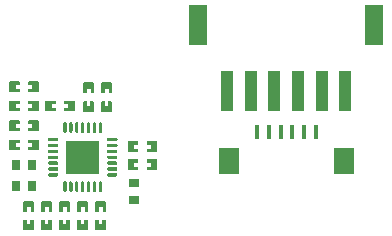
<source format=gbp>
G04 Layer: BottomPasteMaskLayer*
G04 EasyEDA Pro v2.2.36.5, 2025-02-22 11:45:42*
G04 Gerber Generator version 0.3*
G04 Scale: 100 percent, Rotated: No, Reflected: No*
G04 Dimensions in millimeters*
G04 Leading zeros omitted, absolute positions, 4 integers and 5 decimals*
%FSLAX45Y45*%
%MOMM*%
%ADD10R,0.3X1.25001*%
%ADD11R,1.8X2.2*%
%ADD12R,1.5X3.39999*%
%ADD13R,1.0X3.49999*%
%ADD14R,0.9X0.8*%
%ADD15R,0.8064X0.9*%
%ADD16R,0.8X0.9*%
G75*


G04 PolygonModel Start*
G36*
G01X5783702Y3434801D02*
G01X5703702Y3434801D01*
G01X5698701Y3439803D01*
G01X5698701Y3462599D01*
G01X5735701Y3462599D01*
G01X5735701Y3495599D01*
G01X5698701Y3495599D01*
G01X5698701Y3519802D01*
G01X5703702Y3524801D01*
G01X5783702Y3524801D01*
G01X5788701Y3519802D01*
G01X5788701Y3439803D01*
G01X5783702Y3434801D01*
G37*
G36*
G01X5544698Y3524799D02*
G01X5624698Y3524799D01*
G01X5629699Y3519797D01*
G01X5629699Y3497001D01*
G01X5592699Y3497001D01*
G01X5592699Y3464001D01*
G01X5629699Y3464001D01*
G01X5629699Y3439798D01*
G01X5624698Y3434799D01*
G01X5544698Y3434799D01*
G01X5539699Y3439798D01*
G01X5539699Y3519797D01*
G01X5544698Y3524799D01*
G37*
G36*
G01X5251999Y4018402D02*
G01X5251999Y3938402D01*
G01X5246997Y3933401D01*
G01X5224201Y3933401D01*
G01X5224201Y3970401D01*
G01X5191201Y3970401D01*
G01X5191201Y3933401D01*
G01X5166998Y3933401D01*
G01X5161999Y3938402D01*
G01X5161999Y4018402D01*
G01X5166998Y4023401D01*
G01X5246997Y4023401D01*
G01X5251999Y4018402D01*
G37*
G36*
G01X5162001Y3779398D02*
G01X5162001Y3859398D01*
G01X5167003Y3864399D01*
G01X5189799Y3864399D01*
G01X5189799Y3827399D01*
G01X5222799Y3827399D01*
G01X5222799Y3864399D01*
G01X5247002Y3864399D01*
G01X5252001Y3859398D01*
G01X5252001Y3779398D01*
G01X5247002Y3774399D01*
G01X5167003Y3774399D01*
G01X5162001Y3779398D01*
G37*
G36*
G01X5404399Y4018402D02*
G01X5404399Y3938402D01*
G01X5399397Y3933401D01*
G01X5376601Y3933401D01*
G01X5376601Y3970401D01*
G01X5343601Y3970401D01*
G01X5343601Y3933401D01*
G01X5319398Y3933401D01*
G01X5314399Y3938402D01*
G01X5314399Y4018402D01*
G01X5319398Y4023401D01*
G01X5399397Y4023401D01*
G01X5404399Y4018402D01*
G37*
G36*
G01X5314401Y3779398D02*
G01X5314401Y3859398D01*
G01X5319403Y3864399D01*
G01X5342199Y3864399D01*
G01X5342199Y3827399D01*
G01X5375199Y3827399D01*
G01X5375199Y3864399D01*
G01X5399402Y3864399D01*
G01X5404401Y3859398D01*
G01X5404401Y3779398D01*
G01X5399402Y3774399D01*
G01X5319403Y3774399D01*
G01X5314401Y3779398D01*
G37*
G36*
G01X4541398Y3537499D02*
G01X4621398Y3537499D01*
G01X4626399Y3532497D01*
G01X4626399Y3509701D01*
G01X4589399Y3509701D01*
G01X4589399Y3476701D01*
G01X4626399Y3476701D01*
G01X4626399Y3452498D01*
G01X4621398Y3447499D01*
G01X4541398Y3447499D01*
G01X4536399Y3452498D01*
G01X4536399Y3532497D01*
G01X4541398Y3537499D01*
G37*
G36*
G01X4780402Y3447501D02*
G01X4700402Y3447501D01*
G01X4695401Y3452503D01*
G01X4695401Y3475299D01*
G01X4732401Y3475299D01*
G01X4732401Y3508299D01*
G01X4695401Y3508299D01*
G01X4695401Y3532502D01*
G01X4700402Y3537501D01*
G01X4780402Y3537501D01*
G01X4785401Y3532502D01*
G01X4785401Y3452503D01*
G01X4780402Y3447501D01*
G37*
G36*
G01X5156074Y3685877D02*
G01X5156844Y3685920D01*
G01X5157616Y3685920D01*
G01X5158386Y3685877D01*
G01X5159153Y3685793D01*
G01X5159915Y3685666D01*
G01X5160667Y3685496D01*
G01X5161408Y3685287D01*
G01X5162140Y3685036D01*
G01X5162854Y3684746D01*
G01X5163552Y3684416D01*
G01X5164230Y3684050D01*
G01X5164888Y3683644D01*
G01X5165521Y3683204D01*
G01X5166130Y3682732D01*
G01X5166712Y3682224D01*
G01X5167266Y3681686D01*
G01X5167789Y3681119D01*
G01X5168279Y3680525D01*
G01X5168736Y3679902D01*
G01X5169158Y3679255D01*
G01X5169544Y3678587D01*
G01X5169892Y3677898D01*
G01X5170202Y3677192D01*
G01X5170471Y3676471D01*
G01X5170702Y3675734D01*
G01X5170893Y3674985D01*
G01X5171040Y3674228D01*
G01X5171147Y3673464D01*
G01X5171210Y3672696D01*
G01X5171230Y3671924D01*
G01X5171230Y3609928D01*
G01X5171210Y3609156D01*
G01X5171147Y3608389D01*
G01X5171040Y3607624D01*
G01X5170893Y3606867D01*
G01X5170702Y3606118D01*
G01X5170471Y3605381D01*
G01X5170202Y3604660D01*
G01X5169892Y3603954D01*
G01X5169544Y3603266D01*
G01X5169158Y3602598D01*
G01X5168736Y3601950D01*
G01X5168279Y3601328D01*
G01X5167789Y3600733D01*
G01X5167266Y3600167D01*
G01X5166712Y3599628D01*
G01X5166130Y3599120D01*
G01X5165521Y3598648D01*
G01X5164888Y3598208D01*
G01X5164230Y3597802D01*
G01X5163552Y3597436D01*
G01X5162854Y3597106D01*
G01X5162140Y3596817D01*
G01X5161408Y3596565D01*
G01X5160667Y3596357D01*
G01X5159915Y3596187D01*
G01X5159153Y3596060D01*
G01X5158386Y3595976D01*
G01X5157616Y3595933D01*
G01X5156844Y3595933D01*
G01X5156074Y3595976D01*
G01X5155307Y3596060D01*
G01X5154545Y3596187D01*
G01X5153793Y3596357D01*
G01X5153052Y3596565D01*
G01X5152320Y3596817D01*
G01X5151606Y3597106D01*
G01X5150908Y3597436D01*
G01X5150230Y3597802D01*
G01X5149572Y3598208D01*
G01X5148939Y3598648D01*
G01X5148330Y3599120D01*
G01X5147748Y3599628D01*
G01X5147194Y3600167D01*
G01X5146671Y3600733D01*
G01X5146181Y3601328D01*
G01X5145724Y3601950D01*
G01X5145302Y3602598D01*
G01X5144916Y3603266D01*
G01X5144568Y3603954D01*
G01X5144258Y3604660D01*
G01X5143989Y3605381D01*
G01X5143758Y3606118D01*
G01X5143567Y3606867D01*
G01X5143420Y3607624D01*
G01X5143313Y3608389D01*
G01X5143250Y3609156D01*
G01X5143229Y3609928D01*
G01X5143229Y3671924D01*
G01X5143250Y3672696D01*
G01X5143313Y3673464D01*
G01X5143420Y3674228D01*
G01X5143567Y3674985D01*
G01X5143758Y3675734D01*
G01X5143989Y3676471D01*
G01X5144258Y3677192D01*
G01X5144568Y3677898D01*
G01X5144916Y3678587D01*
G01X5145302Y3679255D01*
G01X5145724Y3679902D01*
G01X5146181Y3680525D01*
G01X5146671Y3681119D01*
G01X5147194Y3681686D01*
G01X5147748Y3682224D01*
G01X5148330Y3682732D01*
G01X5148939Y3683204D01*
G01X5149572Y3683644D01*
G01X5150230Y3684050D01*
G01X5150908Y3684416D01*
G01X5151606Y3684746D01*
G01X5152320Y3685036D01*
G01X5153052Y3685287D01*
G01X5153793Y3685496D01*
G01X5154545Y3685666D01*
G01X5155307Y3685793D01*
G01X5156074Y3685877D01*
G37*
G36*
G01X5256150Y3685877D02*
G01X5256920Y3685920D01*
G01X5257692Y3685920D01*
G01X5258462Y3685877D01*
G01X5259229Y3685793D01*
G01X5259991Y3685666D01*
G01X5260743Y3685496D01*
G01X5261484Y3685287D01*
G01X5262216Y3685036D01*
G01X5262930Y3684746D01*
G01X5263628Y3684416D01*
G01X5264306Y3684050D01*
G01X5264964Y3683644D01*
G01X5265597Y3683204D01*
G01X5266206Y3682732D01*
G01X5266788Y3682224D01*
G01X5267342Y3681686D01*
G01X5267865Y3681119D01*
G01X5268355Y3680525D01*
G01X5268812Y3679902D01*
G01X5269234Y3679255D01*
G01X5269620Y3678587D01*
G01X5269968Y3677898D01*
G01X5270278Y3677192D01*
G01X5270547Y3676471D01*
G01X5270778Y3675734D01*
G01X5270969Y3674985D01*
G01X5271116Y3674228D01*
G01X5271223Y3673464D01*
G01X5271286Y3672696D01*
G01X5271306Y3671924D01*
G01X5271306Y3609928D01*
G01X5271286Y3609156D01*
G01X5271223Y3608389D01*
G01X5271116Y3607624D01*
G01X5270969Y3606867D01*
G01X5270778Y3606118D01*
G01X5270547Y3605381D01*
G01X5270278Y3604660D01*
G01X5269968Y3603954D01*
G01X5269620Y3603266D01*
G01X5269234Y3602598D01*
G01X5268812Y3601950D01*
G01X5268355Y3601328D01*
G01X5267865Y3600733D01*
G01X5267342Y3600167D01*
G01X5266788Y3599628D01*
G01X5266206Y3599120D01*
G01X5265597Y3598648D01*
G01X5264964Y3598208D01*
G01X5264306Y3597802D01*
G01X5263628Y3597436D01*
G01X5262930Y3597106D01*
G01X5262216Y3596817D01*
G01X5261484Y3596565D01*
G01X5260743Y3596357D01*
G01X5259991Y3596187D01*
G01X5259229Y3596060D01*
G01X5258462Y3595976D01*
G01X5257692Y3595933D01*
G01X5256920Y3595933D01*
G01X5256150Y3595976D01*
G01X5255383Y3596060D01*
G01X5254621Y3596187D01*
G01X5253869Y3596357D01*
G01X5253128Y3596565D01*
G01X5252396Y3596817D01*
G01X5251682Y3597106D01*
G01X5250984Y3597436D01*
G01X5250306Y3597802D01*
G01X5249648Y3598208D01*
G01X5249015Y3598648D01*
G01X5248406Y3599120D01*
G01X5247824Y3599628D01*
G01X5247270Y3600167D01*
G01X5246747Y3600733D01*
G01X5246257Y3601328D01*
G01X5245800Y3601950D01*
G01X5245378Y3602598D01*
G01X5244992Y3603266D01*
G01X5244644Y3603954D01*
G01X5244334Y3604660D01*
G01X5244065Y3605381D01*
G01X5243834Y3606118D01*
G01X5243643Y3606867D01*
G01X5243496Y3607624D01*
G01X5243389Y3608389D01*
G01X5243326Y3609156D01*
G01X5243305Y3609928D01*
G01X5243305Y3671924D01*
G01X5243326Y3672696D01*
G01X5243389Y3673464D01*
G01X5243496Y3674228D01*
G01X5243643Y3674985D01*
G01X5243834Y3675734D01*
G01X5244065Y3676471D01*
G01X5244334Y3677192D01*
G01X5244644Y3677898D01*
G01X5244992Y3678587D01*
G01X5245378Y3679255D01*
G01X5245800Y3679902D01*
G01X5246257Y3680525D01*
G01X5246747Y3681119D01*
G01X5247270Y3681686D01*
G01X5247824Y3682224D01*
G01X5248406Y3682732D01*
G01X5249015Y3683204D01*
G01X5249648Y3683644D01*
G01X5250306Y3684050D01*
G01X5250984Y3684416D01*
G01X5251682Y3684746D01*
G01X5252396Y3685036D01*
G01X5253128Y3685287D01*
G01X5253869Y3685496D01*
G01X5254621Y3685666D01*
G01X5255383Y3685793D01*
G01X5256150Y3685877D01*
G37*
G36*
G01X5057540Y3685920D02*
G01X5058310Y3685877D01*
G01X5059077Y3685793D01*
G01X5059839Y3685666D01*
G01X5060591Y3685496D01*
G01X5061332Y3685287D01*
G01X5062064Y3685036D01*
G01X5062778Y3684746D01*
G01X5063476Y3684416D01*
G01X5064154Y3684050D01*
G01X5064812Y3683644D01*
G01X5065445Y3683204D01*
G01X5066054Y3682732D01*
G01X5066636Y3682224D01*
G01X5067190Y3681686D01*
G01X5067713Y3681119D01*
G01X5068203Y3680525D01*
G01X5068660Y3679902D01*
G01X5069082Y3679255D01*
G01X5069468Y3678587D01*
G01X5069816Y3677898D01*
G01X5070126Y3677192D01*
G01X5070395Y3676471D01*
G01X5070626Y3675734D01*
G01X5070817Y3674985D01*
G01X5070964Y3674228D01*
G01X5071071Y3673464D01*
G01X5071134Y3672696D01*
G01X5071154Y3671924D01*
G01X5071154Y3609928D01*
G01X5071134Y3609156D01*
G01X5071071Y3608389D01*
G01X5070964Y3607624D01*
G01X5070817Y3606867D01*
G01X5070626Y3606118D01*
G01X5070395Y3605381D01*
G01X5070126Y3604660D01*
G01X5069816Y3603954D01*
G01X5069468Y3603266D01*
G01X5069082Y3602598D01*
G01X5068660Y3601950D01*
G01X5068203Y3601328D01*
G01X5067713Y3600733D01*
G01X5067190Y3600167D01*
G01X5066636Y3599628D01*
G01X5066054Y3599120D01*
G01X5065445Y3598648D01*
G01X5064812Y3598208D01*
G01X5064154Y3597802D01*
G01X5063476Y3597436D01*
G01X5062778Y3597106D01*
G01X5062064Y3596817D01*
G01X5061332Y3596565D01*
G01X5060591Y3596357D01*
G01X5059839Y3596187D01*
G01X5059077Y3596060D01*
G01X5058310Y3595976D01*
G01X5057540Y3595933D01*
G01X5056768Y3595933D01*
G01X5055998Y3595976D01*
G01X5055231Y3596060D01*
G01X5054469Y3596187D01*
G01X5053717Y3596357D01*
G01X5052976Y3596565D01*
G01X5052244Y3596817D01*
G01X5051530Y3597106D01*
G01X5050832Y3597436D01*
G01X5050154Y3597802D01*
G01X5049496Y3598208D01*
G01X5048863Y3598648D01*
G01X5048254Y3599120D01*
G01X5047672Y3599628D01*
G01X5047118Y3600167D01*
G01X5046595Y3600733D01*
G01X5046105Y3601328D01*
G01X5045648Y3601950D01*
G01X5045226Y3602598D01*
G01X5044840Y3603266D01*
G01X5044492Y3603954D01*
G01X5044182Y3604660D01*
G01X5043913Y3605381D01*
G01X5043682Y3606118D01*
G01X5043491Y3606867D01*
G01X5043344Y3607624D01*
G01X5043237Y3608389D01*
G01X5043174Y3609156D01*
G01X5043153Y3609928D01*
G01X5043153Y3671924D01*
G01X5043174Y3672696D01*
G01X5043237Y3673464D01*
G01X5043344Y3674228D01*
G01X5043491Y3674985D01*
G01X5043682Y3675734D01*
G01X5043913Y3676471D01*
G01X5044182Y3677192D01*
G01X5044492Y3677898D01*
G01X5044840Y3678587D01*
G01X5045226Y3679255D01*
G01X5045648Y3679902D01*
G01X5046105Y3680525D01*
G01X5046595Y3681119D01*
G01X5047118Y3681686D01*
G01X5047672Y3682224D01*
G01X5048254Y3682732D01*
G01X5048863Y3683204D01*
G01X5049496Y3683644D01*
G01X5050154Y3684050D01*
G01X5050832Y3684416D01*
G01X5051530Y3684746D01*
G01X5052244Y3685036D01*
G01X5052976Y3685287D01*
G01X5053717Y3685496D01*
G01X5054469Y3685666D01*
G01X5055231Y3685793D01*
G01X5055998Y3685877D01*
G01X5056768Y3685920D01*
G01X5057540Y3685920D01*
G37*
G36*
G01X5207654Y3685920D02*
G01X5208424Y3685877D01*
G01X5209191Y3685793D01*
G01X5209953Y3685666D01*
G01X5210705Y3685496D01*
G01X5211446Y3685287D01*
G01X5212178Y3685036D01*
G01X5212892Y3684746D01*
G01X5213590Y3684416D01*
G01X5214268Y3684050D01*
G01X5214926Y3683644D01*
G01X5215559Y3683204D01*
G01X5216168Y3682732D01*
G01X5216750Y3682224D01*
G01X5217304Y3681686D01*
G01X5217827Y3681119D01*
G01X5218317Y3680525D01*
G01X5218774Y3679902D01*
G01X5219196Y3679255D01*
G01X5219582Y3678587D01*
G01X5219930Y3677898D01*
G01X5220240Y3677192D01*
G01X5220509Y3676471D01*
G01X5220740Y3675734D01*
G01X5220931Y3674985D01*
G01X5221078Y3674228D01*
G01X5221185Y3673464D01*
G01X5221248Y3672696D01*
G01X5221268Y3671924D01*
G01X5221268Y3609928D01*
G01X5221248Y3609156D01*
G01X5221185Y3608389D01*
G01X5221078Y3607624D01*
G01X5220931Y3606867D01*
G01X5220740Y3606118D01*
G01X5220509Y3605381D01*
G01X5220240Y3604660D01*
G01X5219930Y3603954D01*
G01X5219582Y3603266D01*
G01X5219196Y3602598D01*
G01X5218774Y3601950D01*
G01X5218317Y3601328D01*
G01X5217827Y3600733D01*
G01X5217304Y3600167D01*
G01X5216750Y3599628D01*
G01X5216168Y3599120D01*
G01X5215559Y3598648D01*
G01X5214926Y3598208D01*
G01X5214268Y3597802D01*
G01X5213590Y3597436D01*
G01X5212892Y3597106D01*
G01X5212178Y3596817D01*
G01X5211446Y3596565D01*
G01X5210705Y3596357D01*
G01X5209953Y3596187D01*
G01X5209191Y3596060D01*
G01X5208424Y3595976D01*
G01X5207654Y3595933D01*
G01X5206882Y3595933D01*
G01X5206112Y3595976D01*
G01X5205345Y3596060D01*
G01X5204583Y3596187D01*
G01X5203831Y3596357D01*
G01X5203090Y3596565D01*
G01X5202358Y3596817D01*
G01X5201644Y3597106D01*
G01X5200946Y3597436D01*
G01X5200268Y3597802D01*
G01X5199610Y3598208D01*
G01X5198977Y3598648D01*
G01X5198368Y3599120D01*
G01X5197786Y3599628D01*
G01X5197232Y3600167D01*
G01X5196709Y3600733D01*
G01X5196219Y3601328D01*
G01X5195762Y3601950D01*
G01X5195340Y3602598D01*
G01X5194954Y3603266D01*
G01X5194606Y3603954D01*
G01X5194296Y3604660D01*
G01X5194027Y3605381D01*
G01X5193796Y3606118D01*
G01X5193605Y3606867D01*
G01X5193458Y3607624D01*
G01X5193351Y3608389D01*
G01X5193288Y3609156D01*
G01X5193267Y3609928D01*
G01X5193267Y3671924D01*
G01X5193288Y3672696D01*
G01X5193351Y3673464D01*
G01X5193458Y3674228D01*
G01X5193605Y3674985D01*
G01X5193796Y3675734D01*
G01X5194027Y3676471D01*
G01X5194296Y3677192D01*
G01X5194606Y3677898D01*
G01X5194954Y3678587D01*
G01X5195340Y3679255D01*
G01X5195762Y3679902D01*
G01X5196219Y3680525D01*
G01X5196709Y3681119D01*
G01X5197232Y3681686D01*
G01X5197786Y3682224D01*
G01X5198368Y3682732D01*
G01X5198977Y3683204D01*
G01X5199610Y3683644D01*
G01X5200268Y3684050D01*
G01X5200946Y3684416D01*
G01X5201644Y3684746D01*
G01X5202358Y3685036D01*
G01X5203090Y3685287D01*
G01X5203831Y3685496D01*
G01X5204583Y3685666D01*
G01X5205345Y3685793D01*
G01X5206112Y3685877D01*
G01X5206882Y3685920D01*
G01X5207654Y3685920D01*
G37*
G36*
G01X5307730Y3685920D02*
G01X5308500Y3685877D01*
G01X5309267Y3685793D01*
G01X5310029Y3685666D01*
G01X5310781Y3685496D01*
G01X5311522Y3685287D01*
G01X5312254Y3685036D01*
G01X5312968Y3684746D01*
G01X5313666Y3684416D01*
G01X5314344Y3684050D01*
G01X5315002Y3683644D01*
G01X5315635Y3683204D01*
G01X5316244Y3682732D01*
G01X5316826Y3682224D01*
G01X5317380Y3681686D01*
G01X5317903Y3681119D01*
G01X5318393Y3680525D01*
G01X5318850Y3679902D01*
G01X5319272Y3679255D01*
G01X5319658Y3678587D01*
G01X5320006Y3677898D01*
G01X5320316Y3677192D01*
G01X5320585Y3676471D01*
G01X5320816Y3675734D01*
G01X5321007Y3674985D01*
G01X5321154Y3674228D01*
G01X5321261Y3673464D01*
G01X5321324Y3672696D01*
G01X5321344Y3671924D01*
G01X5321344Y3609928D01*
G01X5321324Y3609156D01*
G01X5321261Y3608389D01*
G01X5321154Y3607624D01*
G01X5321007Y3606867D01*
G01X5320816Y3606118D01*
G01X5320585Y3605381D01*
G01X5320316Y3604660D01*
G01X5320006Y3603954D01*
G01X5319658Y3603266D01*
G01X5319272Y3602598D01*
G01X5318850Y3601950D01*
G01X5318393Y3601328D01*
G01X5317903Y3600733D01*
G01X5317380Y3600167D01*
G01X5316826Y3599628D01*
G01X5316244Y3599120D01*
G01X5315635Y3598648D01*
G01X5315002Y3598208D01*
G01X5314344Y3597802D01*
G01X5313666Y3597436D01*
G01X5312968Y3597106D01*
G01X5312254Y3596817D01*
G01X5311522Y3596565D01*
G01X5310781Y3596357D01*
G01X5310029Y3596187D01*
G01X5309267Y3596060D01*
G01X5308500Y3595976D01*
G01X5307730Y3595933D01*
G01X5306958Y3595933D01*
G01X5306188Y3595976D01*
G01X5305421Y3596060D01*
G01X5304659Y3596187D01*
G01X5303907Y3596357D01*
G01X5303166Y3596565D01*
G01X5302434Y3596817D01*
G01X5301720Y3597106D01*
G01X5301022Y3597436D01*
G01X5300344Y3597802D01*
G01X5299686Y3598208D01*
G01X5299053Y3598648D01*
G01X5298444Y3599120D01*
G01X5297862Y3599628D01*
G01X5297308Y3600167D01*
G01X5296785Y3600733D01*
G01X5296295Y3601328D01*
G01X5295838Y3601950D01*
G01X5295416Y3602598D01*
G01X5295030Y3603266D01*
G01X5294682Y3603954D01*
G01X5294372Y3604660D01*
G01X5294103Y3605381D01*
G01X5293872Y3606118D01*
G01X5293681Y3606867D01*
G01X5293534Y3607624D01*
G01X5293427Y3608389D01*
G01X5293364Y3609156D01*
G01X5293343Y3609928D01*
G01X5293343Y3671924D01*
G01X5293364Y3672696D01*
G01X5293427Y3673464D01*
G01X5293534Y3674228D01*
G01X5293681Y3674985D01*
G01X5293872Y3675734D01*
G01X5294103Y3676471D01*
G01X5294372Y3677192D01*
G01X5294682Y3677898D01*
G01X5295030Y3678587D01*
G01X5295416Y3679255D01*
G01X5295838Y3679902D01*
G01X5296295Y3680525D01*
G01X5296785Y3681119D01*
G01X5297308Y3681686D01*
G01X5297862Y3682224D01*
G01X5298444Y3682732D01*
G01X5299053Y3683204D01*
G01X5299686Y3683644D01*
G01X5300344Y3684050D01*
G01X5301022Y3684416D01*
G01X5301720Y3684746D01*
G01X5302434Y3685036D01*
G01X5303166Y3685287D01*
G01X5303907Y3685496D01*
G01X5304659Y3685666D01*
G01X5305421Y3685793D01*
G01X5306188Y3685877D01*
G01X5306958Y3685920D01*
G01X5307730Y3685920D01*
G37*
G36*
G01X5007502Y3685920D02*
G01X5008272Y3685877D01*
G01X5009039Y3685793D01*
G01X5009801Y3685666D01*
G01X5010553Y3685496D01*
G01X5011294Y3685287D01*
G01X5012026Y3685036D01*
G01X5012740Y3684746D01*
G01X5013438Y3684416D01*
G01X5014116Y3684050D01*
G01X5014774Y3683644D01*
G01X5015407Y3683204D01*
G01X5016016Y3682732D01*
G01X5016598Y3682224D01*
G01X5017152Y3681686D01*
G01X5017675Y3681119D01*
G01X5018165Y3680525D01*
G01X5018622Y3679902D01*
G01X5019044Y3679255D01*
G01X5019430Y3678587D01*
G01X5019778Y3677898D01*
G01X5020088Y3677192D01*
G01X5020357Y3676471D01*
G01X5020588Y3675734D01*
G01X5020779Y3674985D01*
G01X5020926Y3674228D01*
G01X5021033Y3673464D01*
G01X5021096Y3672696D01*
G01X5021116Y3671924D01*
G01X5021116Y3609928D01*
G01X5021096Y3609156D01*
G01X5021033Y3608389D01*
G01X5020926Y3607624D01*
G01X5020779Y3606867D01*
G01X5020588Y3606118D01*
G01X5020357Y3605381D01*
G01X5020088Y3604660D01*
G01X5019778Y3603954D01*
G01X5019430Y3603266D01*
G01X5019044Y3602598D01*
G01X5018622Y3601950D01*
G01X5018165Y3601328D01*
G01X5017675Y3600733D01*
G01X5017152Y3600167D01*
G01X5016598Y3599628D01*
G01X5016016Y3599120D01*
G01X5015407Y3598648D01*
G01X5014774Y3598208D01*
G01X5014116Y3597802D01*
G01X5013438Y3597436D01*
G01X5012740Y3597106D01*
G01X5012026Y3596817D01*
G01X5011294Y3596565D01*
G01X5010553Y3596357D01*
G01X5009801Y3596187D01*
G01X5009039Y3596060D01*
G01X5008272Y3595976D01*
G01X5007502Y3595933D01*
G01X5006730Y3595933D01*
G01X5005960Y3595976D01*
G01X5005193Y3596060D01*
G01X5004431Y3596187D01*
G01X5003679Y3596357D01*
G01X5002938Y3596565D01*
G01X5002206Y3596817D01*
G01X5001492Y3597106D01*
G01X5000794Y3597436D01*
G01X5000116Y3597802D01*
G01X4999458Y3598208D01*
G01X4998825Y3598648D01*
G01X4998216Y3599120D01*
G01X4997634Y3599628D01*
G01X4997080Y3600167D01*
G01X4996557Y3600733D01*
G01X4996067Y3601328D01*
G01X4995610Y3601950D01*
G01X4995188Y3602598D01*
G01X4994802Y3603266D01*
G01X4994454Y3603954D01*
G01X4994144Y3604660D01*
G01X4993875Y3605381D01*
G01X4993644Y3606118D01*
G01X4993453Y3606867D01*
G01X4993306Y3607624D01*
G01X4993199Y3608389D01*
G01X4993136Y3609156D01*
G01X4993115Y3609928D01*
G01X4993115Y3671924D01*
G01X4993136Y3672696D01*
G01X4993199Y3673464D01*
G01X4993306Y3674228D01*
G01X4993453Y3674985D01*
G01X4993644Y3675734D01*
G01X4993875Y3676471D01*
G01X4994144Y3677192D01*
G01X4994454Y3677898D01*
G01X4994802Y3678587D01*
G01X4995188Y3679255D01*
G01X4995610Y3679902D01*
G01X4996067Y3680525D01*
G01X4996557Y3681119D01*
G01X4997080Y3681686D01*
G01X4997634Y3682224D01*
G01X4998216Y3682732D01*
G01X4998825Y3683204D01*
G01X4999458Y3683644D01*
G01X5000116Y3684050D01*
G01X5000794Y3684416D01*
G01X5001492Y3684746D01*
G01X5002206Y3685036D01*
G01X5002938Y3685287D01*
G01X5003679Y3685496D01*
G01X5004431Y3685666D01*
G01X5005193Y3685793D01*
G01X5005960Y3685877D01*
G01X5006730Y3685920D01*
G01X5007502Y3685920D01*
G37*
G36*
G01X5106036Y3685877D02*
G01X5106806Y3685920D01*
G01X5107578Y3685920D01*
G01X5108348Y3685877D01*
G01X5109115Y3685793D01*
G01X5109877Y3685666D01*
G01X5110629Y3685496D01*
G01X5111370Y3685287D01*
G01X5112102Y3685036D01*
G01X5112816Y3684746D01*
G01X5113514Y3684416D01*
G01X5114192Y3684050D01*
G01X5114850Y3683644D01*
G01X5115483Y3683204D01*
G01X5116092Y3682732D01*
G01X5116674Y3682224D01*
G01X5117228Y3681686D01*
G01X5117751Y3681119D01*
G01X5118241Y3680525D01*
G01X5118698Y3679902D01*
G01X5119120Y3679255D01*
G01X5119506Y3678587D01*
G01X5119854Y3677898D01*
G01X5120164Y3677192D01*
G01X5120433Y3676471D01*
G01X5120664Y3675734D01*
G01X5120855Y3674985D01*
G01X5121002Y3674228D01*
G01X5121109Y3673464D01*
G01X5121172Y3672696D01*
G01X5121192Y3671924D01*
G01X5121192Y3609928D01*
G01X5121172Y3609156D01*
G01X5121109Y3608389D01*
G01X5121002Y3607624D01*
G01X5120855Y3606867D01*
G01X5120664Y3606118D01*
G01X5120433Y3605381D01*
G01X5120164Y3604660D01*
G01X5119854Y3603954D01*
G01X5119506Y3603266D01*
G01X5119120Y3602598D01*
G01X5118698Y3601950D01*
G01X5118241Y3601328D01*
G01X5117751Y3600733D01*
G01X5117228Y3600167D01*
G01X5116674Y3599628D01*
G01X5116092Y3599120D01*
G01X5115483Y3598648D01*
G01X5114850Y3598208D01*
G01X5114192Y3597802D01*
G01X5113514Y3597436D01*
G01X5112816Y3597106D01*
G01X5112102Y3596817D01*
G01X5111370Y3596565D01*
G01X5110629Y3596357D01*
G01X5109877Y3596187D01*
G01X5109115Y3596060D01*
G01X5108348Y3595976D01*
G01X5107578Y3595933D01*
G01X5106806Y3595933D01*
G01X5106036Y3595976D01*
G01X5105269Y3596060D01*
G01X5104507Y3596187D01*
G01X5103755Y3596357D01*
G01X5103014Y3596565D01*
G01X5102282Y3596817D01*
G01X5101568Y3597106D01*
G01X5100870Y3597436D01*
G01X5100192Y3597802D01*
G01X5099534Y3598208D01*
G01X5098901Y3598648D01*
G01X5098292Y3599120D01*
G01X5097710Y3599628D01*
G01X5097156Y3600167D01*
G01X5096633Y3600733D01*
G01X5096143Y3601328D01*
G01X5095686Y3601950D01*
G01X5095264Y3602598D01*
G01X5094878Y3603266D01*
G01X5094530Y3603954D01*
G01X5094220Y3604660D01*
G01X5093951Y3605381D01*
G01X5093720Y3606118D01*
G01X5093529Y3606867D01*
G01X5093382Y3607624D01*
G01X5093275Y3608389D01*
G01X5093212Y3609156D01*
G01X5093191Y3609928D01*
G01X5093191Y3671924D01*
G01X5093212Y3672696D01*
G01X5093275Y3673464D01*
G01X5093382Y3674228D01*
G01X5093529Y3674985D01*
G01X5093720Y3675734D01*
G01X5093951Y3676471D01*
G01X5094220Y3677192D01*
G01X5094530Y3677898D01*
G01X5094878Y3678587D01*
G01X5095264Y3679255D01*
G01X5095686Y3679902D01*
G01X5096143Y3680525D01*
G01X5096633Y3681119D01*
G01X5097156Y3681686D01*
G01X5097710Y3682224D01*
G01X5098292Y3682732D01*
G01X5098901Y3683204D01*
G01X5099534Y3683644D01*
G01X5100192Y3684050D01*
G01X5100870Y3684416D01*
G01X5101568Y3684746D01*
G01X5102282Y3685036D01*
G01X5103014Y3685287D01*
G01X5103755Y3685496D01*
G01X5104507Y3685666D01*
G01X5105269Y3685793D01*
G01X5106036Y3685877D01*
G37*
G36*
G01X4938988Y3555008D02*
G01X4939755Y3554945D01*
G01X4940520Y3554838D01*
G01X4941277Y3554691D01*
G01X4942026Y3554500D01*
G01X4942763Y3554269D01*
G01X4943484Y3554000D01*
G01X4944190Y3553690D01*
G01X4944878Y3553342D01*
G01X4945546Y3552956D01*
G01X4946194Y3552534D01*
G01X4946816Y3552077D01*
G01X4947411Y3551587D01*
G01X4947977Y3551064D01*
G01X4948516Y3550510D01*
G01X4949024Y3549928D01*
G01X4949496Y3549319D01*
G01X4949935Y3548686D01*
G01X4950342Y3548028D01*
G01X4950708Y3547350D01*
G01X4951038Y3546652D01*
G01X4951327Y3545938D01*
G01X4951579Y3545206D01*
G01X4951787Y3544465D01*
G01X4951957Y3543713D01*
G01X4952084Y3542951D01*
G01X4952168Y3542184D01*
G01X4952211Y3541414D01*
G01X4952211Y3540642D01*
G01X4952168Y3539872D01*
G01X4952084Y3539105D01*
G01X4951957Y3538343D01*
G01X4951787Y3537591D01*
G01X4951579Y3536850D01*
G01X4951327Y3536118D01*
G01X4951038Y3535404D01*
G01X4950708Y3534706D01*
G01X4950342Y3534028D01*
G01X4949935Y3533370D01*
G01X4949496Y3532737D01*
G01X4949024Y3532128D01*
G01X4948516Y3531546D01*
G01X4947977Y3530992D01*
G01X4947411Y3530469D01*
G01X4946816Y3529979D01*
G01X4946194Y3529522D01*
G01X4945546Y3529100D01*
G01X4944878Y3528714D01*
G01X4944190Y3528366D01*
G01X4943484Y3528056D01*
G01X4942763Y3527787D01*
G01X4942026Y3527556D01*
G01X4941277Y3527365D01*
G01X4940520Y3527218D01*
G01X4939755Y3527111D01*
G01X4938988Y3527048D01*
G01X4938216Y3527027D01*
G01X4876217Y3527027D01*
G01X4875445Y3527048D01*
G01X4874678Y3527111D01*
G01X4873913Y3527218D01*
G01X4873156Y3527365D01*
G01X4872407Y3527556D01*
G01X4871670Y3527787D01*
G01X4870949Y3528056D01*
G01X4870243Y3528366D01*
G01X4869555Y3528714D01*
G01X4868887Y3529100D01*
G01X4868239Y3529522D01*
G01X4867617Y3529979D01*
G01X4867022Y3530469D01*
G01X4866456Y3530992D01*
G01X4865917Y3531546D01*
G01X4865409Y3532128D01*
G01X4864937Y3532737D01*
G01X4864498Y3533370D01*
G01X4864091Y3534028D01*
G01X4863725Y3534706D01*
G01X4863395Y3535404D01*
G01X4863106Y3536118D01*
G01X4862854Y3536850D01*
G01X4862646Y3537591D01*
G01X4862476Y3538343D01*
G01X4862349Y3539105D01*
G01X4862265Y3539872D01*
G01X4862222Y3540642D01*
G01X4862222Y3541414D01*
G01X4862265Y3542184D01*
G01X4862349Y3542951D01*
G01X4862476Y3543713D01*
G01X4862646Y3544465D01*
G01X4862854Y3545206D01*
G01X4863106Y3545938D01*
G01X4863395Y3546652D01*
G01X4863725Y3547350D01*
G01X4864091Y3548028D01*
G01X4864498Y3548686D01*
G01X4864937Y3549319D01*
G01X4865409Y3549928D01*
G01X4865917Y3550510D01*
G01X4866456Y3551064D01*
G01X4867022Y3551587D01*
G01X4867617Y3552077D01*
G01X4868239Y3552534D01*
G01X4868887Y3552956D01*
G01X4869555Y3553342D01*
G01X4870243Y3553690D01*
G01X4870949Y3554000D01*
G01X4871670Y3554269D01*
G01X4872407Y3554500D01*
G01X4873156Y3554691D01*
G01X4873913Y3554838D01*
G01X4874678Y3554945D01*
G01X4875445Y3555008D01*
G01X4876217Y3555028D01*
G01X4938216Y3555028D01*
G01X4938988Y3555008D01*
G37*
G36*
G01X5374677Y3554945D02*
G01X5375444Y3555008D01*
G01X5376216Y3555028D01*
G01X5438215Y3555028D01*
G01X5438987Y3555008D01*
G01X5439754Y3554945D01*
G01X5440519Y3554838D01*
G01X5441276Y3554691D01*
G01X5442025Y3554500D01*
G01X5442762Y3554269D01*
G01X5443483Y3554000D01*
G01X5444189Y3553690D01*
G01X5444877Y3553342D01*
G01X5445545Y3552956D01*
G01X5446193Y3552534D01*
G01X5446815Y3552077D01*
G01X5447410Y3551587D01*
G01X5447976Y3551064D01*
G01X5448515Y3550510D01*
G01X5449023Y3549928D01*
G01X5449495Y3549319D01*
G01X5449934Y3548686D01*
G01X5450341Y3548028D01*
G01X5450707Y3547350D01*
G01X5451037Y3546652D01*
G01X5451326Y3545938D01*
G01X5451578Y3545206D01*
G01X5451786Y3544465D01*
G01X5451956Y3543713D01*
G01X5452083Y3542951D01*
G01X5452167Y3542184D01*
G01X5452210Y3541414D01*
G01X5452210Y3540642D01*
G01X5452167Y3539872D01*
G01X5452083Y3539105D01*
G01X5451956Y3538343D01*
G01X5451786Y3537591D01*
G01X5451578Y3536850D01*
G01X5451326Y3536118D01*
G01X5451037Y3535404D01*
G01X5450707Y3534706D01*
G01X5450341Y3534028D01*
G01X5449934Y3533370D01*
G01X5449495Y3532737D01*
G01X5449023Y3532128D01*
G01X5448515Y3531546D01*
G01X5447976Y3530992D01*
G01X5447410Y3530469D01*
G01X5446815Y3529979D01*
G01X5446193Y3529522D01*
G01X5445545Y3529100D01*
G01X5444877Y3528714D01*
G01X5444189Y3528366D01*
G01X5443483Y3528056D01*
G01X5442762Y3527787D01*
G01X5442025Y3527556D01*
G01X5441276Y3527365D01*
G01X5440519Y3527218D01*
G01X5439754Y3527111D01*
G01X5438987Y3527048D01*
G01X5438215Y3527027D01*
G01X5376216Y3527027D01*
G01X5375444Y3527048D01*
G01X5374677Y3527111D01*
G01X5373912Y3527218D01*
G01X5373155Y3527365D01*
G01X5372406Y3527556D01*
G01X5371669Y3527787D01*
G01X5370948Y3528056D01*
G01X5370242Y3528366D01*
G01X5369554Y3528714D01*
G01X5368886Y3529100D01*
G01X5368238Y3529522D01*
G01X5367616Y3529979D01*
G01X5367021Y3530469D01*
G01X5366455Y3530992D01*
G01X5365916Y3531546D01*
G01X5365408Y3532128D01*
G01X5364936Y3532737D01*
G01X5364497Y3533370D01*
G01X5364090Y3534028D01*
G01X5363724Y3534706D01*
G01X5363394Y3535404D01*
G01X5363105Y3536118D01*
G01X5362853Y3536850D01*
G01X5362645Y3537591D01*
G01X5362475Y3538343D01*
G01X5362348Y3539105D01*
G01X5362264Y3539872D01*
G01X5362221Y3540642D01*
G01X5362221Y3541414D01*
G01X5362264Y3542184D01*
G01X5362348Y3542951D01*
G01X5362475Y3543713D01*
G01X5362645Y3544465D01*
G01X5362853Y3545206D01*
G01X5363105Y3545938D01*
G01X5363394Y3546652D01*
G01X5363724Y3547350D01*
G01X5364090Y3548028D01*
G01X5364497Y3548686D01*
G01X5364936Y3549319D01*
G01X5365408Y3549928D01*
G01X5365916Y3550510D01*
G01X5366455Y3551064D01*
G01X5367021Y3551587D01*
G01X5367616Y3552077D01*
G01X5368238Y3552534D01*
G01X5368886Y3552956D01*
G01X5369554Y3553342D01*
G01X5370242Y3553690D01*
G01X5370948Y3554000D01*
G01X5371669Y3554269D01*
G01X5372406Y3554500D01*
G01X5373155Y3554691D01*
G01X5373912Y3554838D01*
G01X5374677Y3554945D01*
G37*
G36*
G01X4938988Y3504970D02*
G01X4939755Y3504907D01*
G01X4940520Y3504800D01*
G01X4941277Y3504653D01*
G01X4942026Y3504462D01*
G01X4942763Y3504231D01*
G01X4943484Y3503962D01*
G01X4944190Y3503652D01*
G01X4944878Y3503304D01*
G01X4945546Y3502918D01*
G01X4946194Y3502496D01*
G01X4946816Y3502039D01*
G01X4947411Y3501549D01*
G01X4947977Y3501026D01*
G01X4948516Y3500472D01*
G01X4949024Y3499890D01*
G01X4949496Y3499281D01*
G01X4949935Y3498648D01*
G01X4950342Y3497990D01*
G01X4950708Y3497312D01*
G01X4951038Y3496614D01*
G01X4951327Y3495900D01*
G01X4951579Y3495168D01*
G01X4951787Y3494427D01*
G01X4951957Y3493675D01*
G01X4952084Y3492913D01*
G01X4952168Y3492146D01*
G01X4952211Y3491376D01*
G01X4952211Y3490604D01*
G01X4952168Y3489834D01*
G01X4952084Y3489067D01*
G01X4951957Y3488305D01*
G01X4951787Y3487553D01*
G01X4951579Y3486812D01*
G01X4951327Y3486080D01*
G01X4951038Y3485366D01*
G01X4950708Y3484668D01*
G01X4950342Y3483990D01*
G01X4949935Y3483332D01*
G01X4949496Y3482699D01*
G01X4949024Y3482090D01*
G01X4948516Y3481508D01*
G01X4947977Y3480954D01*
G01X4947411Y3480431D01*
G01X4946816Y3479941D01*
G01X4946194Y3479484D01*
G01X4945546Y3479062D01*
G01X4944878Y3478676D01*
G01X4944190Y3478328D01*
G01X4943484Y3478018D01*
G01X4942763Y3477749D01*
G01X4942026Y3477518D01*
G01X4941277Y3477327D01*
G01X4940520Y3477180D01*
G01X4939755Y3477073D01*
G01X4938988Y3477010D01*
G01X4938216Y3476989D01*
G01X4876217Y3476989D01*
G01X4875445Y3477010D01*
G01X4874678Y3477073D01*
G01X4873913Y3477180D01*
G01X4873156Y3477327D01*
G01X4872407Y3477518D01*
G01X4871670Y3477749D01*
G01X4870949Y3478018D01*
G01X4870243Y3478328D01*
G01X4869555Y3478676D01*
G01X4868887Y3479062D01*
G01X4868239Y3479484D01*
G01X4867617Y3479941D01*
G01X4867022Y3480431D01*
G01X4866456Y3480954D01*
G01X4865917Y3481508D01*
G01X4865409Y3482090D01*
G01X4864937Y3482699D01*
G01X4864498Y3483332D01*
G01X4864091Y3483990D01*
G01X4863725Y3484668D01*
G01X4863395Y3485366D01*
G01X4863106Y3486080D01*
G01X4862854Y3486812D01*
G01X4862646Y3487553D01*
G01X4862476Y3488305D01*
G01X4862349Y3489067D01*
G01X4862265Y3489834D01*
G01X4862222Y3490604D01*
G01X4862222Y3491376D01*
G01X4862265Y3492146D01*
G01X4862349Y3492913D01*
G01X4862476Y3493675D01*
G01X4862646Y3494427D01*
G01X4862854Y3495168D01*
G01X4863106Y3495900D01*
G01X4863395Y3496614D01*
G01X4863725Y3497312D01*
G01X4864091Y3497990D01*
G01X4864498Y3498648D01*
G01X4864937Y3499281D01*
G01X4865409Y3499890D01*
G01X4865917Y3500472D01*
G01X4866456Y3501026D01*
G01X4867022Y3501549D01*
G01X4867617Y3502039D01*
G01X4868239Y3502496D01*
G01X4868887Y3502918D01*
G01X4869555Y3503304D01*
G01X4870243Y3503652D01*
G01X4870949Y3503962D01*
G01X4871670Y3504231D01*
G01X4872407Y3504462D01*
G01X4873156Y3504653D01*
G01X4873913Y3504800D01*
G01X4874678Y3504907D01*
G01X4875445Y3504970D01*
G01X4876217Y3504990D01*
G01X4938216Y3504990D01*
G01X4938988Y3504970D01*
G37*
G36*
G01X5374677Y3504907D02*
G01X5375444Y3504970D01*
G01X5376216Y3504990D01*
G01X5438215Y3504990D01*
G01X5438987Y3504970D01*
G01X5439754Y3504907D01*
G01X5440519Y3504800D01*
G01X5441276Y3504653D01*
G01X5442025Y3504462D01*
G01X5442762Y3504231D01*
G01X5443483Y3503962D01*
G01X5444189Y3503652D01*
G01X5444877Y3503304D01*
G01X5445545Y3502918D01*
G01X5446193Y3502496D01*
G01X5446815Y3502039D01*
G01X5447410Y3501549D01*
G01X5447976Y3501026D01*
G01X5448515Y3500472D01*
G01X5449023Y3499890D01*
G01X5449495Y3499281D01*
G01X5449934Y3498648D01*
G01X5450341Y3497990D01*
G01X5450707Y3497312D01*
G01X5451037Y3496614D01*
G01X5451326Y3495900D01*
G01X5451578Y3495168D01*
G01X5451786Y3494427D01*
G01X5451956Y3493675D01*
G01X5452083Y3492913D01*
G01X5452167Y3492146D01*
G01X5452210Y3491376D01*
G01X5452210Y3490604D01*
G01X5452167Y3489834D01*
G01X5452083Y3489067D01*
G01X5451956Y3488305D01*
G01X5451786Y3487553D01*
G01X5451578Y3486812D01*
G01X5451326Y3486080D01*
G01X5451037Y3485366D01*
G01X5450707Y3484668D01*
G01X5450341Y3483990D01*
G01X5449934Y3483332D01*
G01X5449495Y3482699D01*
G01X5449023Y3482090D01*
G01X5448515Y3481508D01*
G01X5447976Y3480954D01*
G01X5447410Y3480431D01*
G01X5446815Y3479941D01*
G01X5446193Y3479484D01*
G01X5445545Y3479062D01*
G01X5444877Y3478676D01*
G01X5444189Y3478328D01*
G01X5443483Y3478018D01*
G01X5442762Y3477749D01*
G01X5442025Y3477518D01*
G01X5441276Y3477327D01*
G01X5440519Y3477180D01*
G01X5439754Y3477073D01*
G01X5438987Y3477010D01*
G01X5438215Y3476989D01*
G01X5376216Y3476989D01*
G01X5375444Y3477010D01*
G01X5374677Y3477073D01*
G01X5373912Y3477180D01*
G01X5373155Y3477327D01*
G01X5372406Y3477518D01*
G01X5371669Y3477749D01*
G01X5370948Y3478018D01*
G01X5370242Y3478328D01*
G01X5369554Y3478676D01*
G01X5368886Y3479062D01*
G01X5368238Y3479484D01*
G01X5367616Y3479941D01*
G01X5367021Y3480431D01*
G01X5366455Y3480954D01*
G01X5365916Y3481508D01*
G01X5365408Y3482090D01*
G01X5364936Y3482699D01*
G01X5364497Y3483332D01*
G01X5364090Y3483990D01*
G01X5363724Y3484668D01*
G01X5363394Y3485366D01*
G01X5363105Y3486080D01*
G01X5362853Y3486812D01*
G01X5362645Y3487553D01*
G01X5362475Y3488305D01*
G01X5362348Y3489067D01*
G01X5362264Y3489834D01*
G01X5362221Y3490604D01*
G01X5362221Y3491376D01*
G01X5362264Y3492146D01*
G01X5362348Y3492913D01*
G01X5362475Y3493675D01*
G01X5362645Y3494427D01*
G01X5362853Y3495168D01*
G01X5363105Y3495900D01*
G01X5363394Y3496614D01*
G01X5363724Y3497312D01*
G01X5364090Y3497990D01*
G01X5364497Y3498648D01*
G01X5364936Y3499281D01*
G01X5365408Y3499890D01*
G01X5365916Y3500472D01*
G01X5366455Y3501026D01*
G01X5367021Y3501549D01*
G01X5367616Y3502039D01*
G01X5368238Y3502496D01*
G01X5368886Y3502918D01*
G01X5369554Y3503304D01*
G01X5370242Y3503652D01*
G01X5370948Y3503962D01*
G01X5371669Y3504231D01*
G01X5372406Y3504462D01*
G01X5373155Y3504653D01*
G01X5373912Y3504800D01*
G01X5374677Y3504907D01*
G37*
G36*
G01X4874678Y3454869D02*
G01X4875445Y3454932D01*
G01X4876217Y3454952D01*
G01X4938216Y3454952D01*
G01X4938988Y3454932D01*
G01X4939755Y3454869D01*
G01X4940520Y3454762D01*
G01X4941277Y3454615D01*
G01X4942026Y3454424D01*
G01X4942763Y3454193D01*
G01X4943484Y3453924D01*
G01X4944190Y3453614D01*
G01X4944878Y3453266D01*
G01X4945546Y3452880D01*
G01X4946194Y3452458D01*
G01X4946816Y3452001D01*
G01X4947411Y3451511D01*
G01X4947977Y3450988D01*
G01X4948516Y3450434D01*
G01X4949024Y3449852D01*
G01X4949496Y3449243D01*
G01X4949935Y3448610D01*
G01X4950342Y3447952D01*
G01X4950708Y3447274D01*
G01X4951038Y3446576D01*
G01X4951327Y3445862D01*
G01X4951579Y3445130D01*
G01X4951787Y3444389D01*
G01X4951957Y3443637D01*
G01X4952084Y3442875D01*
G01X4952168Y3442108D01*
G01X4952211Y3441338D01*
G01X4952211Y3440566D01*
G01X4952168Y3439796D01*
G01X4952084Y3439029D01*
G01X4951957Y3438267D01*
G01X4951787Y3437515D01*
G01X4951579Y3436774D01*
G01X4951327Y3436042D01*
G01X4951038Y3435328D01*
G01X4950708Y3434630D01*
G01X4950342Y3433952D01*
G01X4949935Y3433294D01*
G01X4949496Y3432661D01*
G01X4949024Y3432052D01*
G01X4948516Y3431470D01*
G01X4947977Y3430916D01*
G01X4947411Y3430393D01*
G01X4946816Y3429903D01*
G01X4946194Y3429446D01*
G01X4945546Y3429024D01*
G01X4944878Y3428638D01*
G01X4944190Y3428290D01*
G01X4943484Y3427980D01*
G01X4942763Y3427711D01*
G01X4942026Y3427480D01*
G01X4941277Y3427289D01*
G01X4940520Y3427142D01*
G01X4939755Y3427035D01*
G01X4938988Y3426972D01*
G01X4938216Y3426951D01*
G01X4876217Y3426951D01*
G01X4875445Y3426972D01*
G01X4874678Y3427035D01*
G01X4873913Y3427142D01*
G01X4873156Y3427289D01*
G01X4872407Y3427480D01*
G01X4871670Y3427711D01*
G01X4870949Y3427980D01*
G01X4870243Y3428290D01*
G01X4869555Y3428638D01*
G01X4868887Y3429024D01*
G01X4868239Y3429446D01*
G01X4867617Y3429903D01*
G01X4867022Y3430393D01*
G01X4866456Y3430916D01*
G01X4865917Y3431470D01*
G01X4865409Y3432052D01*
G01X4864937Y3432661D01*
G01X4864498Y3433294D01*
G01X4864091Y3433952D01*
G01X4863725Y3434630D01*
G01X4863395Y3435328D01*
G01X4863106Y3436042D01*
G01X4862854Y3436774D01*
G01X4862646Y3437515D01*
G01X4862476Y3438267D01*
G01X4862349Y3439029D01*
G01X4862265Y3439796D01*
G01X4862222Y3440566D01*
G01X4862222Y3441338D01*
G01X4862265Y3442108D01*
G01X4862349Y3442875D01*
G01X4862476Y3443637D01*
G01X4862646Y3444389D01*
G01X4862854Y3445130D01*
G01X4863106Y3445862D01*
G01X4863395Y3446576D01*
G01X4863725Y3447274D01*
G01X4864091Y3447952D01*
G01X4864498Y3448610D01*
G01X4864937Y3449243D01*
G01X4865409Y3449852D01*
G01X4865917Y3450434D01*
G01X4866456Y3450988D01*
G01X4867022Y3451511D01*
G01X4867617Y3452001D01*
G01X4868239Y3452458D01*
G01X4868887Y3452880D01*
G01X4869555Y3453266D01*
G01X4870243Y3453614D01*
G01X4870949Y3453924D01*
G01X4871670Y3454193D01*
G01X4872407Y3454424D01*
G01X4873156Y3454615D01*
G01X4873913Y3454762D01*
G01X4874678Y3454869D01*
G37*
G36*
G01X5374677Y3454869D02*
G01X5375444Y3454932D01*
G01X5376216Y3454952D01*
G01X5438215Y3454952D01*
G01X5438987Y3454932D01*
G01X5439754Y3454869D01*
G01X5440519Y3454762D01*
G01X5441276Y3454615D01*
G01X5442025Y3454424D01*
G01X5442762Y3454193D01*
G01X5443483Y3453924D01*
G01X5444189Y3453614D01*
G01X5444877Y3453266D01*
G01X5445545Y3452880D01*
G01X5446193Y3452458D01*
G01X5446815Y3452001D01*
G01X5447410Y3451511D01*
G01X5447976Y3450988D01*
G01X5448515Y3450434D01*
G01X5449023Y3449852D01*
G01X5449495Y3449243D01*
G01X5449934Y3448610D01*
G01X5450341Y3447952D01*
G01X5450707Y3447274D01*
G01X5451037Y3446576D01*
G01X5451326Y3445862D01*
G01X5451578Y3445130D01*
G01X5451786Y3444389D01*
G01X5451956Y3443637D01*
G01X5452083Y3442875D01*
G01X5452167Y3442108D01*
G01X5452210Y3441338D01*
G01X5452210Y3440566D01*
G01X5452167Y3439796D01*
G01X5452083Y3439029D01*
G01X5451956Y3438267D01*
G01X5451786Y3437515D01*
G01X5451578Y3436774D01*
G01X5451326Y3436042D01*
G01X5451037Y3435328D01*
G01X5450707Y3434630D01*
G01X5450341Y3433952D01*
G01X5449934Y3433294D01*
G01X5449495Y3432661D01*
G01X5449023Y3432052D01*
G01X5448515Y3431470D01*
G01X5447976Y3430916D01*
G01X5447410Y3430393D01*
G01X5446815Y3429903D01*
G01X5446193Y3429446D01*
G01X5445545Y3429024D01*
G01X5444877Y3428638D01*
G01X5444189Y3428290D01*
G01X5443483Y3427980D01*
G01X5442762Y3427711D01*
G01X5442025Y3427480D01*
G01X5441276Y3427289D01*
G01X5440519Y3427142D01*
G01X5439754Y3427035D01*
G01X5438987Y3426972D01*
G01X5438215Y3426951D01*
G01X5376216Y3426951D01*
G01X5375444Y3426972D01*
G01X5374677Y3427035D01*
G01X5373912Y3427142D01*
G01X5373155Y3427289D01*
G01X5372406Y3427480D01*
G01X5371669Y3427711D01*
G01X5370948Y3427980D01*
G01X5370242Y3428290D01*
G01X5369554Y3428638D01*
G01X5368886Y3429024D01*
G01X5368238Y3429446D01*
G01X5367616Y3429903D01*
G01X5367021Y3430393D01*
G01X5366455Y3430916D01*
G01X5365916Y3431470D01*
G01X5365408Y3432052D01*
G01X5364936Y3432661D01*
G01X5364497Y3433294D01*
G01X5364090Y3433952D01*
G01X5363724Y3434630D01*
G01X5363394Y3435328D01*
G01X5363105Y3436042D01*
G01X5362853Y3436774D01*
G01X5362645Y3437515D01*
G01X5362475Y3438267D01*
G01X5362348Y3439029D01*
G01X5362264Y3439796D01*
G01X5362221Y3440566D01*
G01X5362221Y3441338D01*
G01X5362264Y3442108D01*
G01X5362348Y3442875D01*
G01X5362475Y3443637D01*
G01X5362645Y3444389D01*
G01X5362853Y3445130D01*
G01X5363105Y3445862D01*
G01X5363394Y3446576D01*
G01X5363724Y3447274D01*
G01X5364090Y3447952D01*
G01X5364497Y3448610D01*
G01X5364936Y3449243D01*
G01X5365408Y3449852D01*
G01X5365916Y3450434D01*
G01X5366455Y3450988D01*
G01X5367021Y3451511D01*
G01X5367616Y3452001D01*
G01X5368238Y3452458D01*
G01X5368886Y3452880D01*
G01X5369554Y3453266D01*
G01X5370242Y3453614D01*
G01X5370948Y3453924D01*
G01X5371669Y3454193D01*
G01X5372406Y3454424D01*
G01X5373155Y3454615D01*
G01X5373912Y3454762D01*
G01X5374677Y3454869D01*
G37*
G36*
G01X4938988Y3404894D02*
G01X4939755Y3404831D01*
G01X4940520Y3404724D01*
G01X4941277Y3404577D01*
G01X4942026Y3404386D01*
G01X4942763Y3404155D01*
G01X4943484Y3403886D01*
G01X4944190Y3403576D01*
G01X4944878Y3403228D01*
G01X4945546Y3402842D01*
G01X4946194Y3402420D01*
G01X4946816Y3401963D01*
G01X4947411Y3401473D01*
G01X4947977Y3400950D01*
G01X4948516Y3400396D01*
G01X4949024Y3399814D01*
G01X4949496Y3399205D01*
G01X4949935Y3398572D01*
G01X4950342Y3397914D01*
G01X4950708Y3397236D01*
G01X4951038Y3396538D01*
G01X4951327Y3395824D01*
G01X4951579Y3395092D01*
G01X4951787Y3394351D01*
G01X4951957Y3393599D01*
G01X4952084Y3392837D01*
G01X4952168Y3392070D01*
G01X4952211Y3391300D01*
G01X4952211Y3390528D01*
G01X4952168Y3389758D01*
G01X4952084Y3388991D01*
G01X4951957Y3388229D01*
G01X4951787Y3387477D01*
G01X4951579Y3386736D01*
G01X4951327Y3386004D01*
G01X4951038Y3385290D01*
G01X4950708Y3384592D01*
G01X4950342Y3383914D01*
G01X4949935Y3383256D01*
G01X4949496Y3382623D01*
G01X4949024Y3382014D01*
G01X4948516Y3381432D01*
G01X4947977Y3380878D01*
G01X4947411Y3380355D01*
G01X4946816Y3379865D01*
G01X4946194Y3379408D01*
G01X4945546Y3378986D01*
G01X4944878Y3378600D01*
G01X4944190Y3378252D01*
G01X4943484Y3377942D01*
G01X4942763Y3377673D01*
G01X4942026Y3377442D01*
G01X4941277Y3377251D01*
G01X4940520Y3377104D01*
G01X4939755Y3376997D01*
G01X4938988Y3376934D01*
G01X4938216Y3376913D01*
G01X4876217Y3376913D01*
G01X4875445Y3376934D01*
G01X4874678Y3376997D01*
G01X4873913Y3377104D01*
G01X4873156Y3377251D01*
G01X4872407Y3377442D01*
G01X4871670Y3377673D01*
G01X4870949Y3377942D01*
G01X4870243Y3378252D01*
G01X4869555Y3378600D01*
G01X4868887Y3378986D01*
G01X4868239Y3379408D01*
G01X4867617Y3379865D01*
G01X4867022Y3380355D01*
G01X4866456Y3380878D01*
G01X4865917Y3381432D01*
G01X4865409Y3382014D01*
G01X4864937Y3382623D01*
G01X4864498Y3383256D01*
G01X4864091Y3383914D01*
G01X4863725Y3384592D01*
G01X4863395Y3385290D01*
G01X4863106Y3386004D01*
G01X4862854Y3386736D01*
G01X4862646Y3387477D01*
G01X4862476Y3388229D01*
G01X4862349Y3388991D01*
G01X4862265Y3389758D01*
G01X4862222Y3390528D01*
G01X4862222Y3391300D01*
G01X4862265Y3392070D01*
G01X4862349Y3392837D01*
G01X4862476Y3393599D01*
G01X4862646Y3394351D01*
G01X4862854Y3395092D01*
G01X4863106Y3395824D01*
G01X4863395Y3396538D01*
G01X4863725Y3397236D01*
G01X4864091Y3397914D01*
G01X4864498Y3398572D01*
G01X4864937Y3399205D01*
G01X4865409Y3399814D01*
G01X4865917Y3400396D01*
G01X4866456Y3400950D01*
G01X4867022Y3401473D01*
G01X4867617Y3401963D01*
G01X4868239Y3402420D01*
G01X4868887Y3402842D01*
G01X4869555Y3403228D01*
G01X4870243Y3403576D01*
G01X4870949Y3403886D01*
G01X4871670Y3404155D01*
G01X4872407Y3404386D01*
G01X4873156Y3404577D01*
G01X4873913Y3404724D01*
G01X4874678Y3404831D01*
G01X4875445Y3404894D01*
G01X4876217Y3404914D01*
G01X4938216Y3404914D01*
G01X4938988Y3404894D01*
G37*
G36*
G01X5438987Y3404894D02*
G01X5439754Y3404831D01*
G01X5440519Y3404724D01*
G01X5441276Y3404577D01*
G01X5442025Y3404386D01*
G01X5442762Y3404155D01*
G01X5443483Y3403886D01*
G01X5444189Y3403576D01*
G01X5444877Y3403228D01*
G01X5445545Y3402842D01*
G01X5446193Y3402420D01*
G01X5446815Y3401963D01*
G01X5447410Y3401473D01*
G01X5447976Y3400950D01*
G01X5448515Y3400396D01*
G01X5449023Y3399814D01*
G01X5449495Y3399205D01*
G01X5449934Y3398572D01*
G01X5450341Y3397914D01*
G01X5450707Y3397236D01*
G01X5451037Y3396538D01*
G01X5451326Y3395824D01*
G01X5451578Y3395092D01*
G01X5451786Y3394351D01*
G01X5451956Y3393599D01*
G01X5452083Y3392837D01*
G01X5452167Y3392070D01*
G01X5452210Y3391300D01*
G01X5452210Y3390528D01*
G01X5452167Y3389758D01*
G01X5452083Y3388991D01*
G01X5451956Y3388229D01*
G01X5451786Y3387477D01*
G01X5451578Y3386736D01*
G01X5451326Y3386004D01*
G01X5451037Y3385290D01*
G01X5450707Y3384592D01*
G01X5450341Y3383914D01*
G01X5449934Y3383256D01*
G01X5449495Y3382623D01*
G01X5449023Y3382014D01*
G01X5448515Y3381432D01*
G01X5447976Y3380878D01*
G01X5447410Y3380355D01*
G01X5446815Y3379865D01*
G01X5446193Y3379408D01*
G01X5445545Y3378986D01*
G01X5444877Y3378600D01*
G01X5444189Y3378252D01*
G01X5443483Y3377942D01*
G01X5442762Y3377673D01*
G01X5442025Y3377442D01*
G01X5441276Y3377251D01*
G01X5440519Y3377104D01*
G01X5439754Y3376997D01*
G01X5438987Y3376934D01*
G01X5438215Y3376913D01*
G01X5376216Y3376913D01*
G01X5375444Y3376934D01*
G01X5374677Y3376997D01*
G01X5373912Y3377104D01*
G01X5373155Y3377251D01*
G01X5372406Y3377442D01*
G01X5371669Y3377673D01*
G01X5370948Y3377942D01*
G01X5370242Y3378252D01*
G01X5369554Y3378600D01*
G01X5368886Y3378986D01*
G01X5368238Y3379408D01*
G01X5367616Y3379865D01*
G01X5367021Y3380355D01*
G01X5366455Y3380878D01*
G01X5365916Y3381432D01*
G01X5365408Y3382014D01*
G01X5364936Y3382623D01*
G01X5364497Y3383256D01*
G01X5364090Y3383914D01*
G01X5363724Y3384592D01*
G01X5363394Y3385290D01*
G01X5363105Y3386004D01*
G01X5362853Y3386736D01*
G01X5362645Y3387477D01*
G01X5362475Y3388229D01*
G01X5362348Y3388991D01*
G01X5362264Y3389758D01*
G01X5362221Y3390528D01*
G01X5362221Y3391300D01*
G01X5362264Y3392070D01*
G01X5362348Y3392837D01*
G01X5362475Y3393599D01*
G01X5362645Y3394351D01*
G01X5362853Y3395092D01*
G01X5363105Y3395824D01*
G01X5363394Y3396538D01*
G01X5363724Y3397236D01*
G01X5364090Y3397914D01*
G01X5364497Y3398572D01*
G01X5364936Y3399205D01*
G01X5365408Y3399814D01*
G01X5365916Y3400396D01*
G01X5366455Y3400950D01*
G01X5367021Y3401473D01*
G01X5367616Y3401963D01*
G01X5368238Y3402420D01*
G01X5368886Y3402842D01*
G01X5369554Y3403228D01*
G01X5370242Y3403576D01*
G01X5370948Y3403886D01*
G01X5371669Y3404155D01*
G01X5372406Y3404386D01*
G01X5373155Y3404577D01*
G01X5373912Y3404724D01*
G01X5374677Y3404831D01*
G01X5375444Y3404894D01*
G01X5376216Y3404914D01*
G01X5438215Y3404914D01*
G01X5438987Y3404894D01*
G37*
G36*
G01X4874678Y3354793D02*
G01X4875445Y3354856D01*
G01X4876217Y3354876D01*
G01X4938216Y3354876D01*
G01X4938988Y3354856D01*
G01X4939755Y3354793D01*
G01X4940520Y3354686D01*
G01X4941277Y3354539D01*
G01X4942026Y3354348D01*
G01X4942763Y3354117D01*
G01X4943484Y3353848D01*
G01X4944190Y3353538D01*
G01X4944878Y3353190D01*
G01X4945546Y3352804D01*
G01X4946194Y3352382D01*
G01X4946816Y3351925D01*
G01X4947411Y3351435D01*
G01X4947977Y3350912D01*
G01X4948516Y3350358D01*
G01X4949024Y3349776D01*
G01X4949496Y3349167D01*
G01X4949935Y3348534D01*
G01X4950342Y3347876D01*
G01X4950708Y3347198D01*
G01X4951038Y3346500D01*
G01X4951327Y3345786D01*
G01X4951579Y3345054D01*
G01X4951787Y3344313D01*
G01X4951957Y3343561D01*
G01X4952084Y3342799D01*
G01X4952168Y3342032D01*
G01X4952211Y3341262D01*
G01X4952211Y3340490D01*
G01X4952168Y3339720D01*
G01X4952084Y3338953D01*
G01X4951957Y3338191D01*
G01X4951787Y3337439D01*
G01X4951579Y3336698D01*
G01X4951327Y3335966D01*
G01X4951038Y3335252D01*
G01X4950708Y3334554D01*
G01X4950342Y3333876D01*
G01X4949935Y3333218D01*
G01X4949496Y3332585D01*
G01X4949024Y3331976D01*
G01X4948516Y3331394D01*
G01X4947977Y3330840D01*
G01X4947411Y3330317D01*
G01X4946816Y3329827D01*
G01X4946194Y3329370D01*
G01X4945546Y3328948D01*
G01X4944878Y3328562D01*
G01X4944190Y3328214D01*
G01X4943484Y3327904D01*
G01X4942763Y3327635D01*
G01X4942026Y3327404D01*
G01X4941277Y3327213D01*
G01X4940520Y3327066D01*
G01X4939755Y3326959D01*
G01X4938988Y3326896D01*
G01X4938216Y3326875D01*
G01X4876217Y3326875D01*
G01X4875445Y3326896D01*
G01X4874678Y3326959D01*
G01X4873913Y3327066D01*
G01X4873156Y3327213D01*
G01X4872407Y3327404D01*
G01X4871670Y3327635D01*
G01X4870949Y3327904D01*
G01X4870243Y3328214D01*
G01X4869555Y3328562D01*
G01X4868887Y3328948D01*
G01X4868239Y3329370D01*
G01X4867617Y3329827D01*
G01X4867022Y3330317D01*
G01X4866456Y3330840D01*
G01X4865917Y3331394D01*
G01X4865409Y3331976D01*
G01X4864937Y3332585D01*
G01X4864498Y3333218D01*
G01X4864091Y3333876D01*
G01X4863725Y3334554D01*
G01X4863395Y3335252D01*
G01X4863106Y3335966D01*
G01X4862854Y3336698D01*
G01X4862646Y3337439D01*
G01X4862476Y3338191D01*
G01X4862349Y3338953D01*
G01X4862265Y3339720D01*
G01X4862222Y3340490D01*
G01X4862222Y3341262D01*
G01X4862265Y3342032D01*
G01X4862349Y3342799D01*
G01X4862476Y3343561D01*
G01X4862646Y3344313D01*
G01X4862854Y3345054D01*
G01X4863106Y3345786D01*
G01X4863395Y3346500D01*
G01X4863725Y3347198D01*
G01X4864091Y3347876D01*
G01X4864498Y3348534D01*
G01X4864937Y3349167D01*
G01X4865409Y3349776D01*
G01X4865917Y3350358D01*
G01X4866456Y3350912D01*
G01X4867022Y3351435D01*
G01X4867617Y3351925D01*
G01X4868239Y3352382D01*
G01X4868887Y3352804D01*
G01X4869555Y3353190D01*
G01X4870243Y3353538D01*
G01X4870949Y3353848D01*
G01X4871670Y3354117D01*
G01X4872407Y3354348D01*
G01X4873156Y3354539D01*
G01X4873913Y3354686D01*
G01X4874678Y3354793D01*
G37*
G36*
G01X5374677Y3354793D02*
G01X5375444Y3354856D01*
G01X5376216Y3354876D01*
G01X5438215Y3354876D01*
G01X5438987Y3354856D01*
G01X5439754Y3354793D01*
G01X5440519Y3354686D01*
G01X5441276Y3354539D01*
G01X5442025Y3354348D01*
G01X5442762Y3354117D01*
G01X5443483Y3353848D01*
G01X5444189Y3353538D01*
G01X5444877Y3353190D01*
G01X5445545Y3352804D01*
G01X5446193Y3352382D01*
G01X5446815Y3351925D01*
G01X5447410Y3351435D01*
G01X5447976Y3350912D01*
G01X5448515Y3350358D01*
G01X5449023Y3349776D01*
G01X5449495Y3349167D01*
G01X5449934Y3348534D01*
G01X5450341Y3347876D01*
G01X5450707Y3347198D01*
G01X5451037Y3346500D01*
G01X5451326Y3345786D01*
G01X5451578Y3345054D01*
G01X5451786Y3344313D01*
G01X5451956Y3343561D01*
G01X5452083Y3342799D01*
G01X5452167Y3342032D01*
G01X5452210Y3341262D01*
G01X5452210Y3340490D01*
G01X5452167Y3339720D01*
G01X5452083Y3338953D01*
G01X5451956Y3338191D01*
G01X5451786Y3337439D01*
G01X5451578Y3336698D01*
G01X5451326Y3335966D01*
G01X5451037Y3335252D01*
G01X5450707Y3334554D01*
G01X5450341Y3333876D01*
G01X5449934Y3333218D01*
G01X5449495Y3332585D01*
G01X5449023Y3331976D01*
G01X5448515Y3331394D01*
G01X5447976Y3330840D01*
G01X5447410Y3330317D01*
G01X5446815Y3329827D01*
G01X5446193Y3329370D01*
G01X5445545Y3328948D01*
G01X5444877Y3328562D01*
G01X5444189Y3328214D01*
G01X5443483Y3327904D01*
G01X5442762Y3327635D01*
G01X5442025Y3327404D01*
G01X5441276Y3327213D01*
G01X5440519Y3327066D01*
G01X5439754Y3326959D01*
G01X5438987Y3326896D01*
G01X5438215Y3326875D01*
G01X5376216Y3326875D01*
G01X5375444Y3326896D01*
G01X5374677Y3326959D01*
G01X5373912Y3327066D01*
G01X5373155Y3327213D01*
G01X5372406Y3327404D01*
G01X5371669Y3327635D01*
G01X5370948Y3327904D01*
G01X5370242Y3328214D01*
G01X5369554Y3328562D01*
G01X5368886Y3328948D01*
G01X5368238Y3329370D01*
G01X5367616Y3329827D01*
G01X5367021Y3330317D01*
G01X5366455Y3330840D01*
G01X5365916Y3331394D01*
G01X5365408Y3331976D01*
G01X5364936Y3332585D01*
G01X5364497Y3333218D01*
G01X5364090Y3333876D01*
G01X5363724Y3334554D01*
G01X5363394Y3335252D01*
G01X5363105Y3335966D01*
G01X5362853Y3336698D01*
G01X5362645Y3337439D01*
G01X5362475Y3338191D01*
G01X5362348Y3338953D01*
G01X5362264Y3339720D01*
G01X5362221Y3340490D01*
G01X5362221Y3341262D01*
G01X5362264Y3342032D01*
G01X5362348Y3342799D01*
G01X5362475Y3343561D01*
G01X5362645Y3344313D01*
G01X5362853Y3345054D01*
G01X5363105Y3345786D01*
G01X5363394Y3346500D01*
G01X5363724Y3347198D01*
G01X5364090Y3347876D01*
G01X5364497Y3348534D01*
G01X5364936Y3349167D01*
G01X5365408Y3349776D01*
G01X5365916Y3350358D01*
G01X5366455Y3350912D01*
G01X5367021Y3351435D01*
G01X5367616Y3351925D01*
G01X5368238Y3352382D01*
G01X5368886Y3352804D01*
G01X5369554Y3353190D01*
G01X5370242Y3353538D01*
G01X5370948Y3353848D01*
G01X5371669Y3354117D01*
G01X5372406Y3354348D01*
G01X5373155Y3354539D01*
G01X5373912Y3354686D01*
G01X5374677Y3354793D01*
G37*
G36*
G01X4874678Y3304755D02*
G01X4875445Y3304818D01*
G01X4876217Y3304838D01*
G01X4938216Y3304838D01*
G01X4938988Y3304818D01*
G01X4939755Y3304755D01*
G01X4940520Y3304648D01*
G01X4941277Y3304501D01*
G01X4942026Y3304310D01*
G01X4942763Y3304079D01*
G01X4943484Y3303810D01*
G01X4944190Y3303500D01*
G01X4944878Y3303152D01*
G01X4945546Y3302766D01*
G01X4946194Y3302344D01*
G01X4946816Y3301887D01*
G01X4947411Y3301397D01*
G01X4947977Y3300874D01*
G01X4948516Y3300320D01*
G01X4949024Y3299738D01*
G01X4949496Y3299129D01*
G01X4949935Y3298496D01*
G01X4950342Y3297838D01*
G01X4950708Y3297160D01*
G01X4951038Y3296462D01*
G01X4951327Y3295748D01*
G01X4951579Y3295016D01*
G01X4951787Y3294275D01*
G01X4951957Y3293523D01*
G01X4952084Y3292761D01*
G01X4952168Y3291994D01*
G01X4952211Y3291224D01*
G01X4952211Y3290452D01*
G01X4952168Y3289682D01*
G01X4952084Y3288915D01*
G01X4951957Y3288153D01*
G01X4951787Y3287401D01*
G01X4951579Y3286660D01*
G01X4951327Y3285928D01*
G01X4951038Y3285214D01*
G01X4950708Y3284516D01*
G01X4950342Y3283838D01*
G01X4949935Y3283180D01*
G01X4949496Y3282547D01*
G01X4949024Y3281938D01*
G01X4948516Y3281356D01*
G01X4947977Y3280802D01*
G01X4947411Y3280279D01*
G01X4946816Y3279789D01*
G01X4946194Y3279332D01*
G01X4945546Y3278910D01*
G01X4944878Y3278524D01*
G01X4944190Y3278176D01*
G01X4943484Y3277866D01*
G01X4942763Y3277597D01*
G01X4942026Y3277366D01*
G01X4941277Y3277175D01*
G01X4940520Y3277028D01*
G01X4939755Y3276921D01*
G01X4938988Y3276858D01*
G01X4938216Y3276837D01*
G01X4876217Y3276837D01*
G01X4875445Y3276858D01*
G01X4874678Y3276921D01*
G01X4873913Y3277028D01*
G01X4873156Y3277175D01*
G01X4872407Y3277366D01*
G01X4871670Y3277597D01*
G01X4870949Y3277866D01*
G01X4870243Y3278176D01*
G01X4869555Y3278524D01*
G01X4868887Y3278910D01*
G01X4868239Y3279332D01*
G01X4867617Y3279789D01*
G01X4867022Y3280279D01*
G01X4866456Y3280802D01*
G01X4865917Y3281356D01*
G01X4865409Y3281938D01*
G01X4864937Y3282547D01*
G01X4864498Y3283180D01*
G01X4864091Y3283838D01*
G01X4863725Y3284516D01*
G01X4863395Y3285214D01*
G01X4863106Y3285928D01*
G01X4862854Y3286660D01*
G01X4862646Y3287401D01*
G01X4862476Y3288153D01*
G01X4862349Y3288915D01*
G01X4862265Y3289682D01*
G01X4862222Y3290452D01*
G01X4862222Y3291224D01*
G01X4862265Y3291994D01*
G01X4862349Y3292761D01*
G01X4862476Y3293523D01*
G01X4862646Y3294275D01*
G01X4862854Y3295016D01*
G01X4863106Y3295748D01*
G01X4863395Y3296462D01*
G01X4863725Y3297160D01*
G01X4864091Y3297838D01*
G01X4864498Y3298496D01*
G01X4864937Y3299129D01*
G01X4865409Y3299738D01*
G01X4865917Y3300320D01*
G01X4866456Y3300874D01*
G01X4867022Y3301397D01*
G01X4867617Y3301887D01*
G01X4868239Y3302344D01*
G01X4868887Y3302766D01*
G01X4869555Y3303152D01*
G01X4870243Y3303500D01*
G01X4870949Y3303810D01*
G01X4871670Y3304079D01*
G01X4872407Y3304310D01*
G01X4873156Y3304501D01*
G01X4873913Y3304648D01*
G01X4874678Y3304755D01*
G37*
G36*
G01X5438987Y3304818D02*
G01X5439754Y3304755D01*
G01X5440519Y3304648D01*
G01X5441276Y3304501D01*
G01X5442025Y3304310D01*
G01X5442762Y3304079D01*
G01X5443483Y3303810D01*
G01X5444189Y3303500D01*
G01X5444877Y3303152D01*
G01X5445545Y3302766D01*
G01X5446193Y3302344D01*
G01X5446815Y3301887D01*
G01X5447410Y3301397D01*
G01X5447976Y3300874D01*
G01X5448515Y3300320D01*
G01X5449023Y3299738D01*
G01X5449495Y3299129D01*
G01X5449934Y3298496D01*
G01X5450341Y3297838D01*
G01X5450707Y3297160D01*
G01X5451037Y3296462D01*
G01X5451326Y3295748D01*
G01X5451578Y3295016D01*
G01X5451786Y3294275D01*
G01X5451956Y3293523D01*
G01X5452083Y3292761D01*
G01X5452167Y3291994D01*
G01X5452210Y3291224D01*
G01X5452210Y3290452D01*
G01X5452167Y3289682D01*
G01X5452083Y3288915D01*
G01X5451956Y3288153D01*
G01X5451786Y3287401D01*
G01X5451578Y3286660D01*
G01X5451326Y3285928D01*
G01X5451037Y3285214D01*
G01X5450707Y3284516D01*
G01X5450341Y3283838D01*
G01X5449934Y3283180D01*
G01X5449495Y3282547D01*
G01X5449023Y3281938D01*
G01X5448515Y3281356D01*
G01X5447976Y3280802D01*
G01X5447410Y3280279D01*
G01X5446815Y3279789D01*
G01X5446193Y3279332D01*
G01X5445545Y3278910D01*
G01X5444877Y3278524D01*
G01X5444189Y3278176D01*
G01X5443483Y3277866D01*
G01X5442762Y3277597D01*
G01X5442025Y3277366D01*
G01X5441276Y3277175D01*
G01X5440519Y3277028D01*
G01X5439754Y3276921D01*
G01X5438987Y3276858D01*
G01X5438215Y3276837D01*
G01X5376216Y3276837D01*
G01X5375444Y3276858D01*
G01X5374677Y3276921D01*
G01X5373912Y3277028D01*
G01X5373155Y3277175D01*
G01X5372406Y3277366D01*
G01X5371669Y3277597D01*
G01X5370948Y3277866D01*
G01X5370242Y3278176D01*
G01X5369554Y3278524D01*
G01X5368886Y3278910D01*
G01X5368238Y3279332D01*
G01X5367616Y3279789D01*
G01X5367021Y3280279D01*
G01X5366455Y3280802D01*
G01X5365916Y3281356D01*
G01X5365408Y3281938D01*
G01X5364936Y3282547D01*
G01X5364497Y3283180D01*
G01X5364090Y3283838D01*
G01X5363724Y3284516D01*
G01X5363394Y3285214D01*
G01X5363105Y3285928D01*
G01X5362853Y3286660D01*
G01X5362645Y3287401D01*
G01X5362475Y3288153D01*
G01X5362348Y3288915D01*
G01X5362264Y3289682D01*
G01X5362221Y3290452D01*
G01X5362221Y3291224D01*
G01X5362264Y3291994D01*
G01X5362348Y3292761D01*
G01X5362475Y3293523D01*
G01X5362645Y3294275D01*
G01X5362853Y3295016D01*
G01X5363105Y3295748D01*
G01X5363394Y3296462D01*
G01X5363724Y3297160D01*
G01X5364090Y3297838D01*
G01X5364497Y3298496D01*
G01X5364936Y3299129D01*
G01X5365408Y3299738D01*
G01X5365916Y3300320D01*
G01X5366455Y3300874D01*
G01X5367021Y3301397D01*
G01X5367616Y3301887D01*
G01X5368238Y3302344D01*
G01X5368886Y3302766D01*
G01X5369554Y3303152D01*
G01X5370242Y3303500D01*
G01X5370948Y3303810D01*
G01X5371669Y3304079D01*
G01X5372406Y3304310D01*
G01X5373155Y3304501D01*
G01X5373912Y3304648D01*
G01X5374677Y3304755D01*
G01X5375444Y3304818D01*
G01X5376216Y3304838D01*
G01X5438215Y3304838D01*
G01X5438987Y3304818D01*
G37*
G36*
G01X4874678Y3254717D02*
G01X4875445Y3254780D01*
G01X4876217Y3254800D01*
G01X4938216Y3254800D01*
G01X4938988Y3254780D01*
G01X4939755Y3254717D01*
G01X4940520Y3254610D01*
G01X4941277Y3254463D01*
G01X4942026Y3254272D01*
G01X4942763Y3254041D01*
G01X4943484Y3253772D01*
G01X4944190Y3253462D01*
G01X4944878Y3253114D01*
G01X4945546Y3252728D01*
G01X4946194Y3252306D01*
G01X4946816Y3251849D01*
G01X4947411Y3251359D01*
G01X4947977Y3250836D01*
G01X4948516Y3250282D01*
G01X4949024Y3249700D01*
G01X4949496Y3249091D01*
G01X4949935Y3248458D01*
G01X4950342Y3247800D01*
G01X4950708Y3247122D01*
G01X4951038Y3246424D01*
G01X4951327Y3245710D01*
G01X4951579Y3244978D01*
G01X4951787Y3244237D01*
G01X4951957Y3243485D01*
G01X4952084Y3242723D01*
G01X4952168Y3241956D01*
G01X4952211Y3241186D01*
G01X4952211Y3240414D01*
G01X4952168Y3239644D01*
G01X4952084Y3238877D01*
G01X4951957Y3238115D01*
G01X4951787Y3237363D01*
G01X4951579Y3236622D01*
G01X4951327Y3235890D01*
G01X4951038Y3235176D01*
G01X4950708Y3234478D01*
G01X4950342Y3233800D01*
G01X4949935Y3233142D01*
G01X4949496Y3232509D01*
G01X4949024Y3231900D01*
G01X4948516Y3231318D01*
G01X4947977Y3230764D01*
G01X4947411Y3230241D01*
G01X4946816Y3229751D01*
G01X4946194Y3229294D01*
G01X4945546Y3228872D01*
G01X4944878Y3228486D01*
G01X4944190Y3228138D01*
G01X4943484Y3227828D01*
G01X4942763Y3227559D01*
G01X4942026Y3227328D01*
G01X4941277Y3227137D01*
G01X4940520Y3226990D01*
G01X4939755Y3226883D01*
G01X4938988Y3226820D01*
G01X4938216Y3226799D01*
G01X4876217Y3226799D01*
G01X4875445Y3226820D01*
G01X4874678Y3226883D01*
G01X4873913Y3226990D01*
G01X4873156Y3227137D01*
G01X4872407Y3227328D01*
G01X4871670Y3227559D01*
G01X4870949Y3227828D01*
G01X4870243Y3228138D01*
G01X4869555Y3228486D01*
G01X4868887Y3228872D01*
G01X4868239Y3229294D01*
G01X4867617Y3229751D01*
G01X4867022Y3230241D01*
G01X4866456Y3230764D01*
G01X4865917Y3231318D01*
G01X4865409Y3231900D01*
G01X4864937Y3232509D01*
G01X4864498Y3233142D01*
G01X4864091Y3233800D01*
G01X4863725Y3234478D01*
G01X4863395Y3235176D01*
G01X4863106Y3235890D01*
G01X4862854Y3236622D01*
G01X4862646Y3237363D01*
G01X4862476Y3238115D01*
G01X4862349Y3238877D01*
G01X4862265Y3239644D01*
G01X4862222Y3240414D01*
G01X4862222Y3241186D01*
G01X4862265Y3241956D01*
G01X4862349Y3242723D01*
G01X4862476Y3243485D01*
G01X4862646Y3244237D01*
G01X4862854Y3244978D01*
G01X4863106Y3245710D01*
G01X4863395Y3246424D01*
G01X4863725Y3247122D01*
G01X4864091Y3247800D01*
G01X4864498Y3248458D01*
G01X4864937Y3249091D01*
G01X4865409Y3249700D01*
G01X4865917Y3250282D01*
G01X4866456Y3250836D01*
G01X4867022Y3251359D01*
G01X4867617Y3251849D01*
G01X4868239Y3252306D01*
G01X4868887Y3252728D01*
G01X4869555Y3253114D01*
G01X4870243Y3253462D01*
G01X4870949Y3253772D01*
G01X4871670Y3254041D01*
G01X4872407Y3254272D01*
G01X4873156Y3254463D01*
G01X4873913Y3254610D01*
G01X4874678Y3254717D01*
G37*
G36*
G01X5438987Y3254780D02*
G01X5439754Y3254717D01*
G01X5440519Y3254610D01*
G01X5441276Y3254463D01*
G01X5442025Y3254272D01*
G01X5442762Y3254041D01*
G01X5443483Y3253772D01*
G01X5444189Y3253462D01*
G01X5444877Y3253114D01*
G01X5445545Y3252728D01*
G01X5446193Y3252306D01*
G01X5446815Y3251849D01*
G01X5447410Y3251359D01*
G01X5447976Y3250836D01*
G01X5448515Y3250282D01*
G01X5449023Y3249700D01*
G01X5449495Y3249091D01*
G01X5449934Y3248458D01*
G01X5450341Y3247800D01*
G01X5450707Y3247122D01*
G01X5451037Y3246424D01*
G01X5451326Y3245710D01*
G01X5451578Y3244978D01*
G01X5451786Y3244237D01*
G01X5451956Y3243485D01*
G01X5452083Y3242723D01*
G01X5452167Y3241956D01*
G01X5452210Y3241186D01*
G01X5452210Y3240414D01*
G01X5452167Y3239644D01*
G01X5452083Y3238877D01*
G01X5451956Y3238115D01*
G01X5451786Y3237363D01*
G01X5451578Y3236622D01*
G01X5451326Y3235890D01*
G01X5451037Y3235176D01*
G01X5450707Y3234478D01*
G01X5450341Y3233800D01*
G01X5449934Y3233142D01*
G01X5449495Y3232509D01*
G01X5449023Y3231900D01*
G01X5448515Y3231318D01*
G01X5447976Y3230764D01*
G01X5447410Y3230241D01*
G01X5446815Y3229751D01*
G01X5446193Y3229294D01*
G01X5445545Y3228872D01*
G01X5444877Y3228486D01*
G01X5444189Y3228138D01*
G01X5443483Y3227828D01*
G01X5442762Y3227559D01*
G01X5442025Y3227328D01*
G01X5441276Y3227137D01*
G01X5440519Y3226990D01*
G01X5439754Y3226883D01*
G01X5438987Y3226820D01*
G01X5438215Y3226799D01*
G01X5376216Y3226799D01*
G01X5375444Y3226820D01*
G01X5374677Y3226883D01*
G01X5373912Y3226990D01*
G01X5373155Y3227137D01*
G01X5372406Y3227328D01*
G01X5371669Y3227559D01*
G01X5370948Y3227828D01*
G01X5370242Y3228138D01*
G01X5369554Y3228486D01*
G01X5368886Y3228872D01*
G01X5368238Y3229294D01*
G01X5367616Y3229751D01*
G01X5367021Y3230241D01*
G01X5366455Y3230764D01*
G01X5365916Y3231318D01*
G01X5365408Y3231900D01*
G01X5364936Y3232509D01*
G01X5364497Y3233142D01*
G01X5364090Y3233800D01*
G01X5363724Y3234478D01*
G01X5363394Y3235176D01*
G01X5363105Y3235890D01*
G01X5362853Y3236622D01*
G01X5362645Y3237363D01*
G01X5362475Y3238115D01*
G01X5362348Y3238877D01*
G01X5362264Y3239644D01*
G01X5362221Y3240414D01*
G01X5362221Y3241186D01*
G01X5362264Y3241956D01*
G01X5362348Y3242723D01*
G01X5362475Y3243485D01*
G01X5362645Y3244237D01*
G01X5362853Y3244978D01*
G01X5363105Y3245710D01*
G01X5363394Y3246424D01*
G01X5363724Y3247122D01*
G01X5364090Y3247800D01*
G01X5364497Y3248458D01*
G01X5364936Y3249091D01*
G01X5365408Y3249700D01*
G01X5365916Y3250282D01*
G01X5366455Y3250836D01*
G01X5367021Y3251359D01*
G01X5367616Y3251849D01*
G01X5368238Y3252306D01*
G01X5368886Y3252728D01*
G01X5369554Y3253114D01*
G01X5370242Y3253462D01*
G01X5370948Y3253772D01*
G01X5371669Y3254041D01*
G01X5372406Y3254272D01*
G01X5373155Y3254463D01*
G01X5373912Y3254610D01*
G01X5374677Y3254717D01*
G01X5375444Y3254780D01*
G01X5376216Y3254800D01*
G01X5438215Y3254800D01*
G01X5438987Y3254780D01*
G37*
G36*
G01X5156074Y3185878D02*
G01X5156844Y3185921D01*
G01X5157616Y3185921D01*
G01X5158386Y3185878D01*
G01X5159153Y3185794D01*
G01X5159915Y3185667D01*
G01X5160667Y3185497D01*
G01X5161408Y3185288D01*
G01X5162140Y3185037D01*
G01X5162854Y3184747D01*
G01X5163552Y3184417D01*
G01X5164230Y3184051D01*
G01X5164888Y3183645D01*
G01X5165521Y3183205D01*
G01X5166130Y3182733D01*
G01X5166712Y3182225D01*
G01X5167266Y3181687D01*
G01X5167789Y3181120D01*
G01X5168279Y3180526D01*
G01X5168736Y3179903D01*
G01X5169158Y3179256D01*
G01X5169544Y3178588D01*
G01X5169892Y3177899D01*
G01X5170202Y3177193D01*
G01X5170471Y3176472D01*
G01X5170702Y3175735D01*
G01X5170893Y3174986D01*
G01X5171040Y3174229D01*
G01X5171147Y3173465D01*
G01X5171210Y3172697D01*
G01X5171230Y3171925D01*
G01X5171230Y3109926D01*
G01X5171210Y3109154D01*
G01X5171147Y3108387D01*
G01X5171040Y3107623D01*
G01X5170893Y3106866D01*
G01X5170702Y3106116D01*
G01X5170471Y3105380D01*
G01X5170202Y3104659D01*
G01X5169892Y3103952D01*
G01X5169544Y3103264D01*
G01X5169158Y3102596D01*
G01X5168736Y3101948D01*
G01X5168279Y3101326D01*
G01X5167789Y3100732D01*
G01X5167266Y3100165D01*
G01X5166712Y3099627D01*
G01X5166130Y3099119D01*
G01X5165521Y3098646D01*
G01X5164888Y3098207D01*
G01X5164230Y3097801D01*
G01X5163552Y3097435D01*
G01X5162854Y3097105D01*
G01X5162140Y3096815D01*
G01X5161408Y3096564D01*
G01X5160667Y3096355D01*
G01X5159915Y3096185D01*
G01X5159153Y3096058D01*
G01X5158386Y3095974D01*
G01X5157616Y3095931D01*
G01X5156844Y3095931D01*
G01X5156074Y3095974D01*
G01X5155307Y3096058D01*
G01X5154545Y3096185D01*
G01X5153793Y3096355D01*
G01X5153052Y3096564D01*
G01X5152320Y3096815D01*
G01X5151606Y3097105D01*
G01X5150908Y3097435D01*
G01X5150230Y3097801D01*
G01X5149572Y3098207D01*
G01X5148939Y3098646D01*
G01X5148330Y3099119D01*
G01X5147748Y3099627D01*
G01X5147194Y3100165D01*
G01X5146671Y3100732D01*
G01X5146181Y3101326D01*
G01X5145724Y3101948D01*
G01X5145302Y3102596D01*
G01X5144916Y3103264D01*
G01X5144568Y3103952D01*
G01X5144258Y3104659D01*
G01X5143989Y3105380D01*
G01X5143758Y3106116D01*
G01X5143567Y3106866D01*
G01X5143420Y3107623D01*
G01X5143313Y3108387D01*
G01X5143250Y3109154D01*
G01X5143229Y3109926D01*
G01X5143229Y3171925D01*
G01X5143250Y3172697D01*
G01X5143313Y3173465D01*
G01X5143420Y3174229D01*
G01X5143567Y3174986D01*
G01X5143758Y3175735D01*
G01X5143989Y3176472D01*
G01X5144258Y3177193D01*
G01X5144568Y3177899D01*
G01X5144916Y3178588D01*
G01X5145302Y3179256D01*
G01X5145724Y3179903D01*
G01X5146181Y3180526D01*
G01X5146671Y3181120D01*
G01X5147194Y3181687D01*
G01X5147748Y3182225D01*
G01X5148330Y3182733D01*
G01X5148939Y3183205D01*
G01X5149572Y3183645D01*
G01X5150230Y3184051D01*
G01X5150908Y3184417D01*
G01X5151606Y3184747D01*
G01X5152320Y3185037D01*
G01X5153052Y3185288D01*
G01X5153793Y3185497D01*
G01X5154545Y3185667D01*
G01X5155307Y3185794D01*
G01X5156074Y3185878D01*
G37*
G36*
G01X5055998Y3185878D02*
G01X5056768Y3185921D01*
G01X5057540Y3185921D01*
G01X5058310Y3185878D01*
G01X5059077Y3185794D01*
G01X5059839Y3185667D01*
G01X5060591Y3185497D01*
G01X5061332Y3185288D01*
G01X5062064Y3185037D01*
G01X5062778Y3184747D01*
G01X5063476Y3184417D01*
G01X5064154Y3184051D01*
G01X5064812Y3183645D01*
G01X5065445Y3183205D01*
G01X5066054Y3182733D01*
G01X5066636Y3182225D01*
G01X5067190Y3181687D01*
G01X5067713Y3181120D01*
G01X5068203Y3180526D01*
G01X5068660Y3179903D01*
G01X5069082Y3179256D01*
G01X5069468Y3178588D01*
G01X5069816Y3177899D01*
G01X5070126Y3177193D01*
G01X5070395Y3176472D01*
G01X5070626Y3175735D01*
G01X5070817Y3174986D01*
G01X5070964Y3174229D01*
G01X5071071Y3173465D01*
G01X5071134Y3172697D01*
G01X5071154Y3171925D01*
G01X5071154Y3109926D01*
G01X5071134Y3109154D01*
G01X5071071Y3108387D01*
G01X5070964Y3107623D01*
G01X5070817Y3106866D01*
G01X5070626Y3106116D01*
G01X5070395Y3105380D01*
G01X5070126Y3104659D01*
G01X5069816Y3103952D01*
G01X5069468Y3103264D01*
G01X5069082Y3102596D01*
G01X5068660Y3101948D01*
G01X5068203Y3101326D01*
G01X5067713Y3100732D01*
G01X5067190Y3100165D01*
G01X5066636Y3099627D01*
G01X5066054Y3099119D01*
G01X5065445Y3098646D01*
G01X5064812Y3098207D01*
G01X5064154Y3097801D01*
G01X5063476Y3097435D01*
G01X5062778Y3097105D01*
G01X5062064Y3096815D01*
G01X5061332Y3096564D01*
G01X5060591Y3096355D01*
G01X5059839Y3096185D01*
G01X5059077Y3096058D01*
G01X5058310Y3095974D01*
G01X5057540Y3095931D01*
G01X5056768Y3095931D01*
G01X5055998Y3095974D01*
G01X5055231Y3096058D01*
G01X5054469Y3096185D01*
G01X5053717Y3096355D01*
G01X5052976Y3096564D01*
G01X5052244Y3096815D01*
G01X5051530Y3097105D01*
G01X5050832Y3097435D01*
G01X5050154Y3097801D01*
G01X5049496Y3098207D01*
G01X5048863Y3098646D01*
G01X5048254Y3099119D01*
G01X5047672Y3099627D01*
G01X5047118Y3100165D01*
G01X5046595Y3100732D01*
G01X5046105Y3101326D01*
G01X5045648Y3101948D01*
G01X5045226Y3102596D01*
G01X5044840Y3103264D01*
G01X5044492Y3103952D01*
G01X5044182Y3104659D01*
G01X5043913Y3105380D01*
G01X5043682Y3106116D01*
G01X5043491Y3106866D01*
G01X5043344Y3107623D01*
G01X5043237Y3108387D01*
G01X5043174Y3109154D01*
G01X5043153Y3109926D01*
G01X5043153Y3171925D01*
G01X5043174Y3172697D01*
G01X5043237Y3173465D01*
G01X5043344Y3174229D01*
G01X5043491Y3174986D01*
G01X5043682Y3175735D01*
G01X5043913Y3176472D01*
G01X5044182Y3177193D01*
G01X5044492Y3177899D01*
G01X5044840Y3178588D01*
G01X5045226Y3179256D01*
G01X5045648Y3179903D01*
G01X5046105Y3180526D01*
G01X5046595Y3181120D01*
G01X5047118Y3181687D01*
G01X5047672Y3182225D01*
G01X5048254Y3182733D01*
G01X5048863Y3183205D01*
G01X5049496Y3183645D01*
G01X5050154Y3184051D01*
G01X5050832Y3184417D01*
G01X5051530Y3184747D01*
G01X5052244Y3185037D01*
G01X5052976Y3185288D01*
G01X5053717Y3185497D01*
G01X5054469Y3185667D01*
G01X5055231Y3185794D01*
G01X5055998Y3185878D01*
G37*
G36*
G01X5257692Y3185921D02*
G01X5258462Y3185878D01*
G01X5259229Y3185794D01*
G01X5259991Y3185667D01*
G01X5260743Y3185497D01*
G01X5261484Y3185288D01*
G01X5262216Y3185037D01*
G01X5262930Y3184747D01*
G01X5263628Y3184417D01*
G01X5264306Y3184051D01*
G01X5264964Y3183645D01*
G01X5265597Y3183205D01*
G01X5266206Y3182733D01*
G01X5266788Y3182225D01*
G01X5267342Y3181687D01*
G01X5267865Y3181120D01*
G01X5268355Y3180526D01*
G01X5268812Y3179903D01*
G01X5269234Y3179256D01*
G01X5269620Y3178588D01*
G01X5269968Y3177899D01*
G01X5270278Y3177193D01*
G01X5270547Y3176472D01*
G01X5270778Y3175735D01*
G01X5270969Y3174986D01*
G01X5271116Y3174229D01*
G01X5271223Y3173465D01*
G01X5271286Y3172697D01*
G01X5271306Y3171925D01*
G01X5271306Y3109926D01*
G01X5271286Y3109154D01*
G01X5271223Y3108387D01*
G01X5271116Y3107623D01*
G01X5270969Y3106866D01*
G01X5270778Y3106116D01*
G01X5270547Y3105380D01*
G01X5270278Y3104659D01*
G01X5269968Y3103952D01*
G01X5269620Y3103264D01*
G01X5269234Y3102596D01*
G01X5268812Y3101948D01*
G01X5268355Y3101326D01*
G01X5267865Y3100732D01*
G01X5267342Y3100165D01*
G01X5266788Y3099627D01*
G01X5266206Y3099119D01*
G01X5265597Y3098646D01*
G01X5264964Y3098207D01*
G01X5264306Y3097801D01*
G01X5263628Y3097435D01*
G01X5262930Y3097105D01*
G01X5262216Y3096815D01*
G01X5261484Y3096564D01*
G01X5260743Y3096355D01*
G01X5259991Y3096185D01*
G01X5259229Y3096058D01*
G01X5258462Y3095974D01*
G01X5257692Y3095931D01*
G01X5256920Y3095931D01*
G01X5256150Y3095974D01*
G01X5255383Y3096058D01*
G01X5254621Y3096185D01*
G01X5253869Y3096355D01*
G01X5253128Y3096564D01*
G01X5252396Y3096815D01*
G01X5251682Y3097105D01*
G01X5250984Y3097435D01*
G01X5250306Y3097801D01*
G01X5249648Y3098207D01*
G01X5249015Y3098646D01*
G01X5248406Y3099119D01*
G01X5247824Y3099627D01*
G01X5247270Y3100165D01*
G01X5246747Y3100732D01*
G01X5246257Y3101326D01*
G01X5245800Y3101948D01*
G01X5245378Y3102596D01*
G01X5244992Y3103264D01*
G01X5244644Y3103952D01*
G01X5244334Y3104659D01*
G01X5244065Y3105380D01*
G01X5243834Y3106116D01*
G01X5243643Y3106866D01*
G01X5243496Y3107623D01*
G01X5243389Y3108387D01*
G01X5243326Y3109154D01*
G01X5243305Y3109926D01*
G01X5243305Y3171925D01*
G01X5243326Y3172697D01*
G01X5243389Y3173465D01*
G01X5243496Y3174229D01*
G01X5243643Y3174986D01*
G01X5243834Y3175735D01*
G01X5244065Y3176472D01*
G01X5244334Y3177193D01*
G01X5244644Y3177899D01*
G01X5244992Y3178588D01*
G01X5245378Y3179256D01*
G01X5245800Y3179903D01*
G01X5246257Y3180526D01*
G01X5246747Y3181120D01*
G01X5247270Y3181687D01*
G01X5247824Y3182225D01*
G01X5248406Y3182733D01*
G01X5249015Y3183205D01*
G01X5249648Y3183645D01*
G01X5250306Y3184051D01*
G01X5250984Y3184417D01*
G01X5251682Y3184747D01*
G01X5252396Y3185037D01*
G01X5253128Y3185288D01*
G01X5253869Y3185497D01*
G01X5254621Y3185667D01*
G01X5255383Y3185794D01*
G01X5256150Y3185878D01*
G01X5256920Y3185921D01*
G01X5257692Y3185921D01*
G37*
G36*
G01X5107578Y3185921D02*
G01X5108348Y3185878D01*
G01X5109115Y3185794D01*
G01X5109877Y3185667D01*
G01X5110629Y3185497D01*
G01X5111370Y3185288D01*
G01X5112102Y3185037D01*
G01X5112816Y3184747D01*
G01X5113514Y3184417D01*
G01X5114192Y3184051D01*
G01X5114850Y3183645D01*
G01X5115483Y3183205D01*
G01X5116092Y3182733D01*
G01X5116674Y3182225D01*
G01X5117228Y3181687D01*
G01X5117751Y3181120D01*
G01X5118241Y3180526D01*
G01X5118698Y3179903D01*
G01X5119120Y3179256D01*
G01X5119506Y3178588D01*
G01X5119854Y3177899D01*
G01X5120164Y3177193D01*
G01X5120433Y3176472D01*
G01X5120664Y3175735D01*
G01X5120855Y3174986D01*
G01X5121002Y3174229D01*
G01X5121109Y3173465D01*
G01X5121172Y3172697D01*
G01X5121192Y3171925D01*
G01X5121192Y3109926D01*
G01X5121172Y3109154D01*
G01X5121109Y3108387D01*
G01X5121002Y3107623D01*
G01X5120855Y3106866D01*
G01X5120664Y3106116D01*
G01X5120433Y3105380D01*
G01X5120164Y3104659D01*
G01X5119854Y3103952D01*
G01X5119506Y3103264D01*
G01X5119120Y3102596D01*
G01X5118698Y3101948D01*
G01X5118241Y3101326D01*
G01X5117751Y3100732D01*
G01X5117228Y3100165D01*
G01X5116674Y3099627D01*
G01X5116092Y3099119D01*
G01X5115483Y3098646D01*
G01X5114850Y3098207D01*
G01X5114192Y3097801D01*
G01X5113514Y3097435D01*
G01X5112816Y3097105D01*
G01X5112102Y3096815D01*
G01X5111370Y3096564D01*
G01X5110629Y3096355D01*
G01X5109877Y3096185D01*
G01X5109115Y3096058D01*
G01X5108348Y3095974D01*
G01X5107578Y3095931D01*
G01X5106806Y3095931D01*
G01X5106036Y3095974D01*
G01X5105269Y3096058D01*
G01X5104507Y3096185D01*
G01X5103755Y3096355D01*
G01X5103014Y3096564D01*
G01X5102282Y3096815D01*
G01X5101568Y3097105D01*
G01X5100870Y3097435D01*
G01X5100192Y3097801D01*
G01X5099534Y3098207D01*
G01X5098901Y3098646D01*
G01X5098292Y3099119D01*
G01X5097710Y3099627D01*
G01X5097156Y3100165D01*
G01X5096633Y3100732D01*
G01X5096143Y3101326D01*
G01X5095686Y3101948D01*
G01X5095264Y3102596D01*
G01X5094878Y3103264D01*
G01X5094530Y3103952D01*
G01X5094220Y3104659D01*
G01X5093951Y3105380D01*
G01X5093720Y3106116D01*
G01X5093529Y3106866D01*
G01X5093382Y3107623D01*
G01X5093275Y3108387D01*
G01X5093212Y3109154D01*
G01X5093191Y3109926D01*
G01X5093191Y3171925D01*
G01X5093212Y3172697D01*
G01X5093275Y3173465D01*
G01X5093382Y3174229D01*
G01X5093529Y3174986D01*
G01X5093720Y3175735D01*
G01X5093951Y3176472D01*
G01X5094220Y3177193D01*
G01X5094530Y3177899D01*
G01X5094878Y3178588D01*
G01X5095264Y3179256D01*
G01X5095686Y3179903D01*
G01X5096143Y3180526D01*
G01X5096633Y3181120D01*
G01X5097156Y3181687D01*
G01X5097710Y3182225D01*
G01X5098292Y3182733D01*
G01X5098901Y3183205D01*
G01X5099534Y3183645D01*
G01X5100192Y3184051D01*
G01X5100870Y3184417D01*
G01X5101568Y3184747D01*
G01X5102282Y3185037D01*
G01X5103014Y3185288D01*
G01X5103755Y3185497D01*
G01X5104507Y3185667D01*
G01X5105269Y3185794D01*
G01X5106036Y3185878D01*
G01X5106806Y3185921D01*
G01X5107578Y3185921D01*
G37*
G36*
G01X5007502Y3185921D02*
G01X5008272Y3185878D01*
G01X5009039Y3185794D01*
G01X5009801Y3185667D01*
G01X5010553Y3185497D01*
G01X5011294Y3185288D01*
G01X5012026Y3185037D01*
G01X5012740Y3184747D01*
G01X5013438Y3184417D01*
G01X5014116Y3184051D01*
G01X5014774Y3183645D01*
G01X5015407Y3183205D01*
G01X5016016Y3182733D01*
G01X5016598Y3182225D01*
G01X5017152Y3181687D01*
G01X5017675Y3181120D01*
G01X5018165Y3180526D01*
G01X5018622Y3179903D01*
G01X5019044Y3179256D01*
G01X5019430Y3178588D01*
G01X5019778Y3177899D01*
G01X5020088Y3177193D01*
G01X5020357Y3176472D01*
G01X5020588Y3175735D01*
G01X5020779Y3174986D01*
G01X5020926Y3174229D01*
G01X5021033Y3173465D01*
G01X5021096Y3172697D01*
G01X5021116Y3171925D01*
G01X5021116Y3109926D01*
G01X5021096Y3109154D01*
G01X5021033Y3108387D01*
G01X5020926Y3107623D01*
G01X5020779Y3106866D01*
G01X5020588Y3106116D01*
G01X5020357Y3105380D01*
G01X5020088Y3104659D01*
G01X5019778Y3103952D01*
G01X5019430Y3103264D01*
G01X5019044Y3102596D01*
G01X5018622Y3101948D01*
G01X5018165Y3101326D01*
G01X5017675Y3100732D01*
G01X5017152Y3100165D01*
G01X5016598Y3099627D01*
G01X5016016Y3099119D01*
G01X5015407Y3098646D01*
G01X5014774Y3098207D01*
G01X5014116Y3097801D01*
G01X5013438Y3097435D01*
G01X5012740Y3097105D01*
G01X5012026Y3096815D01*
G01X5011294Y3096564D01*
G01X5010553Y3096355D01*
G01X5009801Y3096185D01*
G01X5009039Y3096058D01*
G01X5008272Y3095974D01*
G01X5007502Y3095931D01*
G01X5006730Y3095931D01*
G01X5005960Y3095974D01*
G01X5005193Y3096058D01*
G01X5004431Y3096185D01*
G01X5003679Y3096355D01*
G01X5002938Y3096564D01*
G01X5002206Y3096815D01*
G01X5001492Y3097105D01*
G01X5000794Y3097435D01*
G01X5000116Y3097801D01*
G01X4999458Y3098207D01*
G01X4998825Y3098646D01*
G01X4998216Y3099119D01*
G01X4997634Y3099627D01*
G01X4997080Y3100165D01*
G01X4996557Y3100732D01*
G01X4996067Y3101326D01*
G01X4995610Y3101948D01*
G01X4995188Y3102596D01*
G01X4994802Y3103264D01*
G01X4994454Y3103952D01*
G01X4994144Y3104659D01*
G01X4993875Y3105380D01*
G01X4993644Y3106116D01*
G01X4993453Y3106866D01*
G01X4993306Y3107623D01*
G01X4993199Y3108387D01*
G01X4993136Y3109154D01*
G01X4993115Y3109926D01*
G01X4993115Y3171925D01*
G01X4993136Y3172697D01*
G01X4993199Y3173465D01*
G01X4993306Y3174229D01*
G01X4993453Y3174986D01*
G01X4993644Y3175735D01*
G01X4993875Y3176472D01*
G01X4994144Y3177193D01*
G01X4994454Y3177899D01*
G01X4994802Y3178588D01*
G01X4995188Y3179256D01*
G01X4995610Y3179903D01*
G01X4996067Y3180526D01*
G01X4996557Y3181120D01*
G01X4997080Y3181687D01*
G01X4997634Y3182225D01*
G01X4998216Y3182733D01*
G01X4998825Y3183205D01*
G01X4999458Y3183645D01*
G01X5000116Y3184051D01*
G01X5000794Y3184417D01*
G01X5001492Y3184747D01*
G01X5002206Y3185037D01*
G01X5002938Y3185288D01*
G01X5003679Y3185497D01*
G01X5004431Y3185667D01*
G01X5005193Y3185794D01*
G01X5005960Y3185878D01*
G01X5006730Y3185921D01*
G01X5007502Y3185921D01*
G37*
G36*
G01X5307730Y3185921D02*
G01X5308500Y3185878D01*
G01X5309267Y3185794D01*
G01X5310029Y3185667D01*
G01X5310781Y3185497D01*
G01X5311522Y3185288D01*
G01X5312254Y3185037D01*
G01X5312968Y3184747D01*
G01X5313666Y3184417D01*
G01X5314344Y3184051D01*
G01X5315002Y3183645D01*
G01X5315635Y3183205D01*
G01X5316244Y3182733D01*
G01X5316826Y3182225D01*
G01X5317380Y3181687D01*
G01X5317903Y3181120D01*
G01X5318393Y3180526D01*
G01X5318850Y3179903D01*
G01X5319272Y3179256D01*
G01X5319658Y3178588D01*
G01X5320006Y3177899D01*
G01X5320316Y3177193D01*
G01X5320585Y3176472D01*
G01X5320816Y3175735D01*
G01X5321007Y3174986D01*
G01X5321154Y3174229D01*
G01X5321261Y3173465D01*
G01X5321324Y3172697D01*
G01X5321344Y3171925D01*
G01X5321344Y3109926D01*
G01X5321324Y3109154D01*
G01X5321261Y3108387D01*
G01X5321154Y3107623D01*
G01X5321007Y3106866D01*
G01X5320816Y3106116D01*
G01X5320585Y3105380D01*
G01X5320316Y3104659D01*
G01X5320006Y3103952D01*
G01X5319658Y3103264D01*
G01X5319272Y3102596D01*
G01X5318850Y3101948D01*
G01X5318393Y3101326D01*
G01X5317903Y3100732D01*
G01X5317380Y3100165D01*
G01X5316826Y3099627D01*
G01X5316244Y3099119D01*
G01X5315635Y3098646D01*
G01X5315002Y3098207D01*
G01X5314344Y3097801D01*
G01X5313666Y3097435D01*
G01X5312968Y3097105D01*
G01X5312254Y3096815D01*
G01X5311522Y3096564D01*
G01X5310781Y3096355D01*
G01X5310029Y3096185D01*
G01X5309267Y3096058D01*
G01X5308500Y3095974D01*
G01X5307730Y3095931D01*
G01X5306958Y3095931D01*
G01X5306188Y3095974D01*
G01X5305421Y3096058D01*
G01X5304659Y3096185D01*
G01X5303907Y3096355D01*
G01X5303166Y3096564D01*
G01X5302434Y3096815D01*
G01X5301720Y3097105D01*
G01X5301022Y3097435D01*
G01X5300344Y3097801D01*
G01X5299686Y3098207D01*
G01X5299053Y3098646D01*
G01X5298444Y3099119D01*
G01X5297862Y3099627D01*
G01X5297308Y3100165D01*
G01X5296785Y3100732D01*
G01X5296295Y3101326D01*
G01X5295838Y3101948D01*
G01X5295416Y3102596D01*
G01X5295030Y3103264D01*
G01X5294682Y3103952D01*
G01X5294372Y3104659D01*
G01X5294103Y3105380D01*
G01X5293872Y3106116D01*
G01X5293681Y3106866D01*
G01X5293534Y3107623D01*
G01X5293427Y3108387D01*
G01X5293364Y3109154D01*
G01X5293343Y3109926D01*
G01X5293343Y3171925D01*
G01X5293364Y3172697D01*
G01X5293427Y3173465D01*
G01X5293534Y3174229D01*
G01X5293681Y3174986D01*
G01X5293872Y3175735D01*
G01X5294103Y3176472D01*
G01X5294372Y3177193D01*
G01X5294682Y3177899D01*
G01X5295030Y3178588D01*
G01X5295416Y3179256D01*
G01X5295838Y3179903D01*
G01X5296295Y3180526D01*
G01X5296785Y3181120D01*
G01X5297308Y3181687D01*
G01X5297862Y3182225D01*
G01X5298444Y3182733D01*
G01X5299053Y3183205D01*
G01X5299686Y3183645D01*
G01X5300344Y3184051D01*
G01X5301022Y3184417D01*
G01X5301720Y3184747D01*
G01X5302434Y3185037D01*
G01X5303166Y3185288D01*
G01X5303907Y3185497D01*
G01X5304659Y3185667D01*
G01X5305421Y3185794D01*
G01X5306188Y3185878D01*
G01X5306958Y3185921D01*
G01X5307730Y3185921D01*
G37*
G36*
G01X5206112Y3185878D02*
G01X5206882Y3185921D01*
G01X5207654Y3185921D01*
G01X5208424Y3185878D01*
G01X5209191Y3185794D01*
G01X5209953Y3185667D01*
G01X5210705Y3185497D01*
G01X5211446Y3185288D01*
G01X5212178Y3185037D01*
G01X5212892Y3184747D01*
G01X5213590Y3184417D01*
G01X5214268Y3184051D01*
G01X5214926Y3183645D01*
G01X5215559Y3183205D01*
G01X5216168Y3182733D01*
G01X5216750Y3182225D01*
G01X5217304Y3181687D01*
G01X5217827Y3181120D01*
G01X5218317Y3180526D01*
G01X5218774Y3179903D01*
G01X5219196Y3179256D01*
G01X5219582Y3178588D01*
G01X5219930Y3177899D01*
G01X5220240Y3177193D01*
G01X5220509Y3176472D01*
G01X5220740Y3175735D01*
G01X5220931Y3174986D01*
G01X5221078Y3174229D01*
G01X5221185Y3173465D01*
G01X5221248Y3172697D01*
G01X5221268Y3171925D01*
G01X5221268Y3109926D01*
G01X5221248Y3109154D01*
G01X5221185Y3108387D01*
G01X5221078Y3107623D01*
G01X5220931Y3106866D01*
G01X5220740Y3106116D01*
G01X5220509Y3105380D01*
G01X5220240Y3104659D01*
G01X5219930Y3103952D01*
G01X5219582Y3103264D01*
G01X5219196Y3102596D01*
G01X5218774Y3101948D01*
G01X5218317Y3101326D01*
G01X5217827Y3100732D01*
G01X5217304Y3100165D01*
G01X5216750Y3099627D01*
G01X5216168Y3099119D01*
G01X5215559Y3098646D01*
G01X5214926Y3098207D01*
G01X5214268Y3097801D01*
G01X5213590Y3097435D01*
G01X5212892Y3097105D01*
G01X5212178Y3096815D01*
G01X5211446Y3096564D01*
G01X5210705Y3096355D01*
G01X5209953Y3096185D01*
G01X5209191Y3096058D01*
G01X5208424Y3095974D01*
G01X5207654Y3095931D01*
G01X5206882Y3095931D01*
G01X5206112Y3095974D01*
G01X5205345Y3096058D01*
G01X5204583Y3096185D01*
G01X5203831Y3096355D01*
G01X5203090Y3096564D01*
G01X5202358Y3096815D01*
G01X5201644Y3097105D01*
G01X5200946Y3097435D01*
G01X5200268Y3097801D01*
G01X5199610Y3098207D01*
G01X5198977Y3098646D01*
G01X5198368Y3099119D01*
G01X5197786Y3099627D01*
G01X5197232Y3100165D01*
G01X5196709Y3100732D01*
G01X5196219Y3101326D01*
G01X5195762Y3101948D01*
G01X5195340Y3102596D01*
G01X5194954Y3103264D01*
G01X5194606Y3103952D01*
G01X5194296Y3104659D01*
G01X5194027Y3105380D01*
G01X5193796Y3106116D01*
G01X5193605Y3106866D01*
G01X5193458Y3107623D01*
G01X5193351Y3108387D01*
G01X5193288Y3109154D01*
G01X5193267Y3109926D01*
G01X5193267Y3171925D01*
G01X5193288Y3172697D01*
G01X5193351Y3173465D01*
G01X5193458Y3174229D01*
G01X5193605Y3174986D01*
G01X5193796Y3175735D01*
G01X5194027Y3176472D01*
G01X5194296Y3177193D01*
G01X5194606Y3177899D01*
G01X5194954Y3178588D01*
G01X5195340Y3179256D01*
G01X5195762Y3179903D01*
G01X5196219Y3180526D01*
G01X5196709Y3181120D01*
G01X5197232Y3181687D01*
G01X5197786Y3182225D01*
G01X5198368Y3182733D01*
G01X5198977Y3183205D01*
G01X5199610Y3183645D01*
G01X5200268Y3184051D01*
G01X5200946Y3184417D01*
G01X5201644Y3184747D01*
G01X5202358Y3185037D01*
G01X5203090Y3185288D01*
G01X5203831Y3185497D01*
G01X5204583Y3185667D01*
G01X5205345Y3185794D01*
G01X5206112Y3185878D01*
G37*
G36*
G01X5297237Y3250919D02*
G01X5297237Y3530921D01*
G01X5017235Y3530921D01*
G01X5017235Y3250919D01*
G01X5297237Y3250919D01*
G37*
G36*
G01X4541398Y3702599D02*
G01X4621398Y3702599D01*
G01X4626399Y3697597D01*
G01X4626399Y3674801D01*
G01X4589399Y3674801D01*
G01X4589399Y3641801D01*
G01X4626399Y3641801D01*
G01X4626399Y3617598D01*
G01X4621398Y3612599D01*
G01X4541398Y3612599D01*
G01X4536399Y3617598D01*
G01X4536399Y3697597D01*
G01X4541398Y3702599D01*
G37*
G36*
G01X4780402Y3612601D02*
G01X4700402Y3612601D01*
G01X4695401Y3617603D01*
G01X4695401Y3640399D01*
G01X4732401Y3640399D01*
G01X4732401Y3673399D01*
G01X4695401Y3673399D01*
G01X4695401Y3697602D01*
G01X4700402Y3702601D01*
G01X4780402Y3702601D01*
G01X4785401Y3697602D01*
G01X4785401Y3617603D01*
G01X4780402Y3612601D01*
G37*
G36*
G01X4780402Y3777701D02*
G01X4700402Y3777701D01*
G01X4695401Y3782703D01*
G01X4695401Y3805499D01*
G01X4732401Y3805499D01*
G01X4732401Y3838499D01*
G01X4695401Y3838499D01*
G01X4695401Y3862702D01*
G01X4700402Y3867701D01*
G01X4780402Y3867701D01*
G01X4785401Y3862702D01*
G01X4785401Y3782703D01*
G01X4780402Y3777701D01*
G37*
G36*
G01X4541398Y3867699D02*
G01X4621398Y3867699D01*
G01X4626399Y3862697D01*
G01X4626399Y3839901D01*
G01X4589399Y3839901D01*
G01X4589399Y3806901D01*
G01X4626399Y3806901D01*
G01X4626399Y3782698D01*
G01X4621398Y3777699D01*
G01X4541398Y3777699D01*
G01X4536399Y3782698D01*
G01X4536399Y3862697D01*
G01X4541398Y3867699D01*
G37*
G36*
G01X5085202Y3777701D02*
G01X5005202Y3777701D01*
G01X5000201Y3782703D01*
G01X5000201Y3805499D01*
G01X5037201Y3805499D01*
G01X5037201Y3838499D01*
G01X5000201Y3838499D01*
G01X5000201Y3862702D01*
G01X5005202Y3867701D01*
G01X5085202Y3867701D01*
G01X5090201Y3862702D01*
G01X5090201Y3782703D01*
G01X5085202Y3777701D01*
G37*
G36*
G01X4846198Y3867699D02*
G01X4926198Y3867699D01*
G01X4931199Y3862697D01*
G01X4931199Y3839901D01*
G01X4894199Y3839901D01*
G01X4894199Y3806901D01*
G01X4931199Y3806901D01*
G01X4931199Y3782698D01*
G01X4926198Y3777699D01*
G01X4846198Y3777699D01*
G01X4841199Y3782698D01*
G01X4841199Y3862697D01*
G01X4846198Y3867699D01*
G37*
G36*
G01X4780402Y3942801D02*
G01X4700402Y3942801D01*
G01X4695401Y3947803D01*
G01X4695401Y3970599D01*
G01X4732401Y3970599D01*
G01X4732401Y4003599D01*
G01X4695401Y4003599D01*
G01X4695401Y4027802D01*
G01X4700402Y4032801D01*
G01X4780402Y4032801D01*
G01X4785401Y4027802D01*
G01X4785401Y3947803D01*
G01X4780402Y3942801D01*
G37*
G36*
G01X4541398Y4032799D02*
G01X4621398Y4032799D01*
G01X4626399Y4027797D01*
G01X4626399Y4005001D01*
G01X4589399Y4005001D01*
G01X4589399Y3972001D01*
G01X4626399Y3972001D01*
G01X4626399Y3947798D01*
G01X4621398Y3942799D01*
G01X4541398Y3942799D01*
G01X4536399Y3947798D01*
G01X4536399Y4027797D01*
G01X4541398Y4032799D01*
G37*
G36*
G01X5353599Y3015102D02*
G01X5353599Y2935102D01*
G01X5348597Y2930101D01*
G01X5325801Y2930101D01*
G01X5325801Y2967101D01*
G01X5292801Y2967101D01*
G01X5292801Y2930101D01*
G01X5268598Y2930101D01*
G01X5263599Y2935102D01*
G01X5263599Y3015102D01*
G01X5268598Y3020101D01*
G01X5348597Y3020101D01*
G01X5353599Y3015102D01*
G37*
G36*
G01X5263601Y2776098D02*
G01X5263601Y2856098D01*
G01X5268603Y2861099D01*
G01X5291399Y2861099D01*
G01X5291399Y2824099D01*
G01X5324399Y2824099D01*
G01X5324399Y2861099D01*
G01X5348602Y2861099D01*
G01X5353601Y2856098D01*
G01X5353601Y2776098D01*
G01X5348602Y2771099D01*
G01X5268603Y2771099D01*
G01X5263601Y2776098D01*
G37*
G36*
G01X5201199Y3015102D02*
G01X5201199Y2935102D01*
G01X5196197Y2930101D01*
G01X5173401Y2930101D01*
G01X5173401Y2967101D01*
G01X5140401Y2967101D01*
G01X5140401Y2930101D01*
G01X5116198Y2930101D01*
G01X5111199Y2935102D01*
G01X5111199Y3015102D01*
G01X5116198Y3020101D01*
G01X5196197Y3020101D01*
G01X5201199Y3015102D01*
G37*
G36*
G01X5111201Y2776098D02*
G01X5111201Y2856098D01*
G01X5116203Y2861099D01*
G01X5138999Y2861099D01*
G01X5138999Y2824099D01*
G01X5171999Y2824099D01*
G01X5171999Y2861099D01*
G01X5196202Y2861099D01*
G01X5201201Y2856098D01*
G01X5201201Y2776098D01*
G01X5196202Y2771099D01*
G01X5116203Y2771099D01*
G01X5111201Y2776098D01*
G37*
G36*
G01X5048799Y3015102D02*
G01X5048799Y2935102D01*
G01X5043797Y2930101D01*
G01X5021001Y2930101D01*
G01X5021001Y2967101D01*
G01X4988001Y2967101D01*
G01X4988001Y2930101D01*
G01X4963798Y2930101D01*
G01X4958799Y2935102D01*
G01X4958799Y3015102D01*
G01X4963798Y3020101D01*
G01X5043797Y3020101D01*
G01X5048799Y3015102D01*
G37*
G36*
G01X4958801Y2776098D02*
G01X4958801Y2856098D01*
G01X4963803Y2861099D01*
G01X4986599Y2861099D01*
G01X4986599Y2824099D01*
G01X5019599Y2824099D01*
G01X5019599Y2861099D01*
G01X5043802Y2861099D01*
G01X5048801Y2856098D01*
G01X5048801Y2776098D01*
G01X5043802Y2771099D01*
G01X4963803Y2771099D01*
G01X4958801Y2776098D01*
G37*
G36*
G01X4896399Y3015102D02*
G01X4896399Y2935102D01*
G01X4891397Y2930101D01*
G01X4868601Y2930101D01*
G01X4868601Y2967101D01*
G01X4835601Y2967101D01*
G01X4835601Y2930101D01*
G01X4811398Y2930101D01*
G01X4806399Y2935102D01*
G01X4806399Y3015102D01*
G01X4811398Y3020101D01*
G01X4891397Y3020101D01*
G01X4896399Y3015102D01*
G37*
G36*
G01X4806401Y2776098D02*
G01X4806401Y2856098D01*
G01X4811403Y2861099D01*
G01X4834199Y2861099D01*
G01X4834199Y2824099D01*
G01X4867199Y2824099D01*
G01X4867199Y2861099D01*
G01X4891402Y2861099D01*
G01X4896401Y2856098D01*
G01X4896401Y2776098D01*
G01X4891402Y2771099D01*
G01X4811403Y2771099D01*
G01X4806401Y2776098D01*
G37*
G36*
G01X4743999Y3015102D02*
G01X4743999Y2935102D01*
G01X4738997Y2930101D01*
G01X4716201Y2930101D01*
G01X4716201Y2967101D01*
G01X4683201Y2967101D01*
G01X4683201Y2930101D01*
G01X4658998Y2930101D01*
G01X4653999Y2935102D01*
G01X4653999Y3015102D01*
G01X4658998Y3020101D01*
G01X4738997Y3020101D01*
G01X4743999Y3015102D01*
G37*
G36*
G01X4654001Y2776098D02*
G01X4654001Y2856098D01*
G01X4659003Y2861099D01*
G01X4681799Y2861099D01*
G01X4681799Y2824099D01*
G01X4714799Y2824099D01*
G01X4714799Y2861099D01*
G01X4739002Y2861099D01*
G01X4744001Y2856098D01*
G01X4744001Y2776098D01*
G01X4739002Y2771099D01*
G01X4659003Y2771099D01*
G01X4654001Y2776098D01*
G37*
G36*
G01X5544698Y3372399D02*
G01X5624698Y3372399D01*
G01X5629699Y3367397D01*
G01X5629699Y3344601D01*
G01X5592699Y3344601D01*
G01X5592699Y3311601D01*
G01X5629699Y3311601D01*
G01X5629699Y3287398D01*
G01X5624698Y3282399D01*
G01X5544698Y3282399D01*
G01X5539699Y3287398D01*
G01X5539699Y3367397D01*
G01X5544698Y3372399D01*
G37*
G36*
G01X5783702Y3282401D02*
G01X5703702Y3282401D01*
G01X5698701Y3287403D01*
G01X5698701Y3310199D01*
G01X5735701Y3310199D01*
G01X5735701Y3343199D01*
G01X5698701Y3343199D01*
G01X5698701Y3367402D01*
G01X5703702Y3372401D01*
G01X5783702Y3372401D01*
G01X5788701Y3367402D01*
G01X5788701Y3287403D01*
G01X5783702Y3282401D01*
G37*

G04 Pad Start*
G54D10*
G01X7133387Y3604806D03*
G01X7033387Y3604806D03*
G01X6933387Y3604806D03*
G01X6833387Y3604806D03*
G01X6733388Y3604806D03*
G01X6633388Y3604806D03*
G54D11*
G01X6393409Y3354794D03*
G01X7373391Y3354946D03*
G54D12*
G01X6137002Y4506598D03*
G54D13*
G01X7380001Y3951608D03*
G01X7180002Y3951608D03*
G01X6980002Y3951608D03*
G01X6780003Y3951608D03*
G01X6580003Y3951608D03*
G01X6380003Y3951608D03*
G54D12*
G01X7623003Y4506598D03*
G54D14*
G01X5588000Y3028798D03*
G01X5588000Y3168802D03*
G54D16*
G01X4730902Y3327400D03*
G01X4590898Y3327400D03*
G01X4730902Y3149600D03*
G01X4590898Y3149600D03*
G04 Pad End*

M02*


</source>
